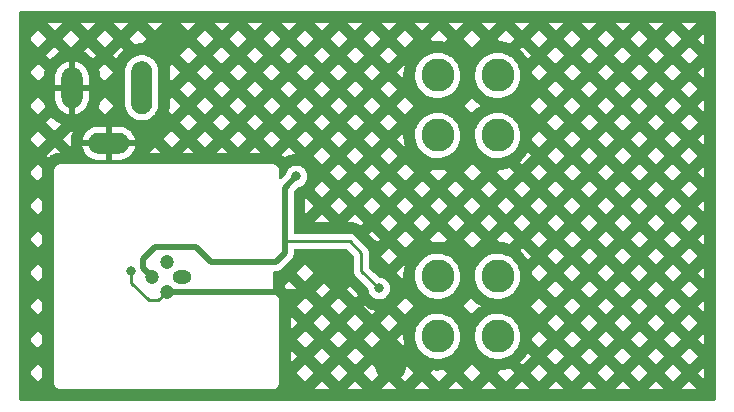
<source format=gbr>
G04 #@! TF.GenerationSoftware,KiCad,Pcbnew,6.0.0-d3dd2cf0fa~116~ubuntu21.10.1*
G04 #@! TF.CreationDate,2022-02-03T21:45:13+00:00*
G04 #@! TF.ProjectId,pcb-adr1399-vref,7063622d-6164-4723-9133-39392d767265,rev?*
G04 #@! TF.SameCoordinates,Original*
G04 #@! TF.FileFunction,Copper,L2,Bot*
G04 #@! TF.FilePolarity,Positive*
%FSLAX46Y46*%
G04 Gerber Fmt 4.6, Leading zero omitted, Abs format (unit mm)*
G04 Created by KiCad (PCBNEW 6.0.0-d3dd2cf0fa~116~ubuntu21.10.1) date 2022-02-03 21:45:13*
%MOMM*%
%LPD*%
G01*
G04 APERTURE LIST*
G04 #@! TA.AperFunction,ComponentPad*
%ADD10C,2.800000*%
G04 #@! TD*
G04 #@! TA.AperFunction,ComponentPad*
%ADD11O,1.600000X1.200000*%
G04 #@! TD*
G04 #@! TA.AperFunction,ComponentPad*
%ADD12C,1.200000*%
G04 #@! TD*
G04 #@! TA.AperFunction,ViaPad*
%ADD13C,0.800000*%
G04 #@! TD*
G04 #@! TA.AperFunction,Conductor*
%ADD14C,0.500000*%
G04 #@! TD*
G04 #@! TA.AperFunction,Conductor*
%ADD15C,0.250000*%
G04 #@! TD*
G04 APERTURE END LIST*
G04 #@! TA.AperFunction,ComponentPad*
G36*
G01*
X85000000Y-95850000D02*
X85000000Y-93150000D01*
G75*
G02*
X85900000Y-92250000I900000J0D01*
G01*
X85900000Y-92250000D01*
G75*
G02*
X86800000Y-93150000I0J-900000D01*
G01*
X86800000Y-95850000D01*
G75*
G02*
X85900000Y-96750000I-900000J0D01*
G01*
X85900000Y-96750000D01*
G75*
G02*
X85000000Y-95850000I0J900000D01*
G01*
G37*
G04 #@! TD.AperFunction*
G04 #@! TA.AperFunction,ComponentPad*
G36*
G01*
X79100000Y-95350000D02*
X79100000Y-93650000D01*
G75*
G02*
X80000000Y-92750000I900000J0D01*
G01*
X80000000Y-92750000D01*
G75*
G02*
X80900000Y-93650000I0J-900000D01*
G01*
X80900000Y-95350000D01*
G75*
G02*
X80000000Y-96250000I-900000J0D01*
G01*
X80000000Y-96250000D01*
G75*
G02*
X79100000Y-95350000I0J900000D01*
G01*
G37*
G04 #@! TD.AperFunction*
G04 #@! TA.AperFunction,ComponentPad*
G36*
G01*
X81350000Y-99200000D02*
X81350000Y-99200000D01*
G75*
G02*
X82250000Y-98300000I900000J0D01*
G01*
X83950000Y-98300000D01*
G75*
G02*
X84850000Y-99200000I0J-900000D01*
G01*
X84850000Y-99200000D01*
G75*
G02*
X83950000Y-100100000I-900000J0D01*
G01*
X82250000Y-100100000D01*
G75*
G02*
X81350000Y-99200000I0J900000D01*
G01*
G37*
G04 #@! TD.AperFunction*
D10*
X110960000Y-93460000D03*
X116040000Y-93460000D03*
X116040000Y-98540000D03*
X110960000Y-98540000D03*
X110960000Y-110460000D03*
X116040000Y-110460000D03*
X116040000Y-115540000D03*
X110960000Y-115540000D03*
D11*
X89270000Y-110500000D03*
D12*
X88000000Y-109230000D03*
X86730000Y-110500000D03*
X88000000Y-111770000D03*
D13*
X106000000Y-111500000D03*
X99000000Y-102000000D03*
X88500000Y-90500000D03*
X107000000Y-118000000D03*
X102500000Y-109500000D03*
X85000000Y-110000000D03*
D14*
X86730000Y-110500000D02*
X86000000Y-109770000D01*
D15*
X106000000Y-111500000D02*
X104500000Y-110000000D01*
D14*
X91750000Y-109250000D02*
X97250000Y-109250000D01*
D15*
X103500000Y-107500000D02*
X98000000Y-107500000D01*
D14*
X98000000Y-108500000D02*
X98000000Y-107500000D01*
D15*
X104500000Y-108500000D02*
X103500000Y-107500000D01*
D14*
X86000000Y-109000000D02*
X87000000Y-108000000D01*
X87000000Y-108000000D02*
X90500000Y-108000000D01*
X98000000Y-107500000D02*
X98000000Y-103000000D01*
X90500000Y-108000000D02*
X91750000Y-109250000D01*
D15*
X104500000Y-110000000D02*
X104500000Y-108500000D01*
D14*
X86000000Y-109770000D02*
X86000000Y-109000000D01*
X97250000Y-109250000D02*
X98000000Y-108500000D01*
X98000000Y-103000000D02*
X99000000Y-102000000D01*
X100230000Y-111770000D02*
X102500000Y-109500000D01*
D15*
X86500000Y-112500000D02*
X87270000Y-112500000D01*
D14*
X88000000Y-111770000D02*
X100230000Y-111770000D01*
D15*
X85000000Y-110000000D02*
X85000000Y-111000000D01*
X87270000Y-112500000D02*
X88000000Y-111770000D01*
X85000000Y-111000000D02*
X86500000Y-112500000D01*
G04 #@! TA.AperFunction,Conductor*
G36*
X134434121Y-88020002D02*
G01*
X134480614Y-88073658D01*
X134492000Y-88126000D01*
X134492000Y-120874000D01*
X134471998Y-120942121D01*
X134418342Y-120988614D01*
X134366000Y-121000000D01*
X75634000Y-121000000D01*
X75565879Y-120979998D01*
X75519386Y-120926342D01*
X75508000Y-120874000D01*
X75508000Y-119569652D01*
X78491524Y-119569652D01*
X78493990Y-119578281D01*
X78493991Y-119578286D01*
X78499639Y-119598048D01*
X78503217Y-119614809D01*
X78506130Y-119635152D01*
X78506133Y-119635162D01*
X78507405Y-119644045D01*
X78518021Y-119667395D01*
X78524464Y-119684907D01*
X78531512Y-119709565D01*
X78547274Y-119734548D01*
X78555404Y-119749614D01*
X78567633Y-119776510D01*
X78584374Y-119795939D01*
X78595479Y-119810947D01*
X78609160Y-119832631D01*
X78615888Y-119838573D01*
X78631296Y-119852181D01*
X78643340Y-119864373D01*
X78662619Y-119886747D01*
X78670147Y-119891626D01*
X78670150Y-119891629D01*
X78684139Y-119900696D01*
X78699013Y-119911986D01*
X78718228Y-119928956D01*
X78726354Y-119932771D01*
X78726355Y-119932772D01*
X78732021Y-119935432D01*
X78744966Y-119941510D01*
X78759935Y-119949824D01*
X78784727Y-119965893D01*
X78801650Y-119970954D01*
X78809290Y-119973239D01*
X78826736Y-119979901D01*
X78849948Y-119990799D01*
X78879130Y-119995343D01*
X78895849Y-119999126D01*
X78915536Y-120005014D01*
X78915539Y-120005015D01*
X78924141Y-120007587D01*
X78933116Y-120007642D01*
X78933117Y-120007642D01*
X78939810Y-120007683D01*
X78958556Y-120007797D01*
X78959328Y-120007830D01*
X78960423Y-120008000D01*
X78991298Y-120008000D01*
X78992068Y-120008002D01*
X79065716Y-120008452D01*
X79065717Y-120008452D01*
X79069652Y-120008476D01*
X79070996Y-120008092D01*
X79072341Y-120008000D01*
X96991298Y-120008000D01*
X96992069Y-120008002D01*
X97069652Y-120008476D01*
X97078281Y-120006010D01*
X97078286Y-120006009D01*
X97092313Y-120002000D01*
X100504732Y-120002000D01*
X101813078Y-120002000D01*
X103333159Y-120002000D01*
X104641505Y-120002000D01*
X106161586Y-120002000D01*
X107469932Y-120002000D01*
X108990013Y-120002000D01*
X110298359Y-120002000D01*
X111818440Y-120002000D01*
X113126786Y-120002000D01*
X114646867Y-120002000D01*
X115955213Y-120002000D01*
X117475296Y-120002000D01*
X118783640Y-120002000D01*
X120303722Y-120002000D01*
X121612066Y-120002000D01*
X123132149Y-120002000D01*
X124440495Y-120002000D01*
X125960576Y-120002000D01*
X127268922Y-120002000D01*
X128789003Y-120002000D01*
X130097349Y-120002000D01*
X131617430Y-120002000D01*
X132925776Y-120002000D01*
X132271603Y-119347827D01*
X131617430Y-120002000D01*
X130097349Y-120002000D01*
X129443176Y-119347827D01*
X128789003Y-120002000D01*
X127268922Y-120002000D01*
X126614749Y-119347827D01*
X125960576Y-120002000D01*
X124440495Y-120002000D01*
X123786322Y-119347827D01*
X123132149Y-120002000D01*
X121612066Y-120002000D01*
X120957894Y-119347828D01*
X120303722Y-120002000D01*
X118783640Y-120002000D01*
X118129468Y-119347828D01*
X117475296Y-120002000D01*
X115955213Y-120002000D01*
X115301040Y-119347827D01*
X114646867Y-120002000D01*
X113126786Y-120002000D01*
X112472613Y-119347827D01*
X111818440Y-120002000D01*
X110298359Y-120002000D01*
X109644186Y-119347827D01*
X108990013Y-120002000D01*
X107469932Y-120002000D01*
X106815759Y-119347827D01*
X106161586Y-120002000D01*
X104641505Y-120002000D01*
X103987332Y-119347827D01*
X103333159Y-120002000D01*
X101813078Y-120002000D01*
X101158905Y-119347827D01*
X100504732Y-120002000D01*
X97092313Y-120002000D01*
X97098048Y-120000361D01*
X97114809Y-119996783D01*
X97135152Y-119993870D01*
X97135162Y-119993867D01*
X97144045Y-119992595D01*
X97167395Y-119981979D01*
X97184907Y-119975536D01*
X97200937Y-119970954D01*
X97209565Y-119968488D01*
X97234548Y-119952726D01*
X97249614Y-119944596D01*
X97276510Y-119932367D01*
X97295939Y-119915626D01*
X97310947Y-119904521D01*
X97325039Y-119895630D01*
X97332631Y-119890840D01*
X97352182Y-119868703D01*
X97364374Y-119856659D01*
X97379949Y-119843239D01*
X97379950Y-119843237D01*
X97386747Y-119837381D01*
X97391626Y-119829853D01*
X97391629Y-119829850D01*
X97400696Y-119815861D01*
X97411986Y-119800987D01*
X97423012Y-119788502D01*
X97428956Y-119781772D01*
X97441510Y-119755034D01*
X97449824Y-119740065D01*
X97465893Y-119715273D01*
X97473239Y-119690709D01*
X97479901Y-119673264D01*
X97486983Y-119658179D01*
X97490799Y-119650052D01*
X97495343Y-119620870D01*
X97499126Y-119604151D01*
X97505014Y-119584464D01*
X97505015Y-119584461D01*
X97507587Y-119575859D01*
X97507797Y-119541444D01*
X97507830Y-119540672D01*
X97508000Y-119539577D01*
X97508000Y-119508702D01*
X97508002Y-119507932D01*
X97508452Y-119434284D01*
X97508452Y-119434283D01*
X97508476Y-119430348D01*
X97508092Y-119429004D01*
X97508000Y-119427659D01*
X97508000Y-118642136D01*
X99036170Y-118642136D01*
X99744691Y-119350657D01*
X100453212Y-118642136D01*
X101864597Y-118642136D01*
X102573118Y-119350657D01*
X103281639Y-118642136D01*
X104693024Y-118642136D01*
X105401545Y-119350657D01*
X105755770Y-118996432D01*
X107875748Y-118996432D01*
X108229972Y-119350656D01*
X108938493Y-118642136D01*
X110349879Y-118642136D01*
X111058400Y-119350657D01*
X111766921Y-118642136D01*
X113178306Y-118642136D01*
X113886827Y-119350657D01*
X114595348Y-118642136D01*
X116006733Y-118642136D01*
X116715254Y-119350657D01*
X117423775Y-118642136D01*
X118835160Y-118642136D01*
X119543681Y-119350657D01*
X120252202Y-118642136D01*
X121663587Y-118642136D01*
X122372108Y-119350657D01*
X123080629Y-118642136D01*
X124492014Y-118642136D01*
X125200535Y-119350657D01*
X125909056Y-118642136D01*
X127320441Y-118642136D01*
X128028962Y-119350657D01*
X128737483Y-118642136D01*
X130148869Y-118642136D01*
X130857389Y-119350656D01*
X131565910Y-118642136D01*
X132977296Y-118642136D01*
X133494000Y-119158840D01*
X133494000Y-118125432D01*
X132977296Y-118642136D01*
X131565910Y-118642136D01*
X131565911Y-118642135D01*
X130857390Y-117933614D01*
X130148869Y-118642136D01*
X128737483Y-118642136D01*
X128028962Y-117933615D01*
X127320441Y-118642136D01*
X125909056Y-118642136D01*
X125200535Y-117933615D01*
X124492014Y-118642136D01*
X123080629Y-118642136D01*
X122372108Y-117933615D01*
X121663587Y-118642136D01*
X120252202Y-118642136D01*
X119543681Y-117933615D01*
X118835160Y-118642136D01*
X117423775Y-118642136D01*
X117423776Y-118642135D01*
X117050136Y-118268495D01*
X117049369Y-118268768D01*
X117045148Y-118270185D01*
X116787510Y-118351665D01*
X116783241Y-118352933D01*
X116732452Y-118367042D01*
X116728142Y-118368157D01*
X116710836Y-118372312D01*
X116706488Y-118373275D01*
X116654814Y-118383765D01*
X116650435Y-118384574D01*
X116383887Y-118428940D01*
X116379481Y-118429594D01*
X116327200Y-118436407D01*
X116322775Y-118436904D01*
X116305055Y-118438579D01*
X116300617Y-118438919D01*
X116247989Y-118442023D01*
X116243539Y-118442207D01*
X116205772Y-118443097D01*
X116006733Y-118642136D01*
X114595348Y-118642136D01*
X113886827Y-117933615D01*
X113178306Y-118642136D01*
X111766921Y-118642136D01*
X111518074Y-118393289D01*
X111303887Y-118428940D01*
X111299481Y-118429594D01*
X111247200Y-118436407D01*
X111242775Y-118436904D01*
X111225055Y-118438579D01*
X111220617Y-118438919D01*
X111167989Y-118442023D01*
X111163538Y-118442207D01*
X110893398Y-118448573D01*
X110888948Y-118448599D01*
X110836246Y-118447979D01*
X110831795Y-118447848D01*
X110814018Y-118447010D01*
X110809572Y-118446722D01*
X110757017Y-118442378D01*
X110752587Y-118441933D01*
X110571513Y-118420502D01*
X110349879Y-118642136D01*
X108938493Y-118642136D01*
X108938494Y-118642135D01*
X108330296Y-118033937D01*
X108329446Y-118066371D01*
X108328185Y-118081152D01*
X108296539Y-118299415D01*
X108291156Y-118321837D01*
X108220264Y-118530677D01*
X108210885Y-118551741D01*
X108103122Y-118744165D01*
X108090062Y-118763168D01*
X107949037Y-118932732D01*
X107932733Y-118949037D01*
X107875748Y-118996432D01*
X105755770Y-118996432D01*
X105945964Y-118806238D01*
X105853420Y-118675291D01*
X105841891Y-118655321D01*
X105749558Y-118455035D01*
X105741861Y-118433300D01*
X105687607Y-118219676D01*
X105401545Y-117933615D01*
X104693024Y-118642136D01*
X103281639Y-118642136D01*
X102573118Y-117933615D01*
X101864597Y-118642136D01*
X100453212Y-118642136D01*
X99744691Y-117933615D01*
X99036170Y-118642136D01*
X97508000Y-118642136D01*
X97508000Y-116694923D01*
X98506000Y-116694923D01*
X98506000Y-117760921D01*
X99038998Y-117227922D01*
X100450383Y-117227922D01*
X101158905Y-117936444D01*
X101867427Y-117227922D01*
X103278810Y-117227922D01*
X103987332Y-117936444D01*
X104180634Y-117743142D01*
X117936167Y-117743142D01*
X118129468Y-117936443D01*
X118837989Y-117227922D01*
X120249373Y-117227922D01*
X120957894Y-117936443D01*
X121666415Y-117227922D01*
X123077800Y-117227922D01*
X123786322Y-117936444D01*
X124494844Y-117227922D01*
X125906227Y-117227922D01*
X126614749Y-117936444D01*
X127323271Y-117227922D01*
X128734654Y-117227922D01*
X129443176Y-117936444D01*
X130151698Y-117227922D01*
X131563081Y-117227922D01*
X132271603Y-117936444D01*
X132980125Y-117227922D01*
X132271603Y-116519400D01*
X131563081Y-117227922D01*
X130151698Y-117227922D01*
X129443176Y-116519400D01*
X128734654Y-117227922D01*
X127323271Y-117227922D01*
X126614749Y-116519400D01*
X125906227Y-117227922D01*
X124494844Y-117227922D01*
X123786322Y-116519400D01*
X123077800Y-117227922D01*
X121666415Y-117227922D01*
X120957894Y-116519401D01*
X120249373Y-117227922D01*
X118837989Y-117227922D01*
X118575856Y-116965789D01*
X118434439Y-117192542D01*
X118432016Y-117196279D01*
X118402551Y-117240003D01*
X118399997Y-117243651D01*
X118389536Y-117258049D01*
X118386856Y-117261604D01*
X118354385Y-117303127D01*
X118351581Y-117306585D01*
X118177710Y-117513430D01*
X118174787Y-117516786D01*
X118139471Y-117555907D01*
X118136429Y-117559159D01*
X118124043Y-117571941D01*
X118120886Y-117575085D01*
X118082869Y-117611638D01*
X118079605Y-117614668D01*
X117936167Y-117743142D01*
X104180634Y-117743142D01*
X104695854Y-117227922D01*
X103987332Y-116519400D01*
X103278810Y-117227922D01*
X101867427Y-117227922D01*
X101158905Y-116519400D01*
X100450383Y-117227922D01*
X99038998Y-117227922D01*
X98506000Y-116694923D01*
X97508000Y-116694923D01*
X97508000Y-115813708D01*
X99036169Y-115813708D01*
X99744691Y-116522230D01*
X100453213Y-115813708D01*
X101864596Y-115813708D01*
X102573118Y-116522230D01*
X103281640Y-115813708D01*
X104693023Y-115813708D01*
X105401545Y-116522230D01*
X106110067Y-115813708D01*
X107521451Y-115813708D01*
X108221051Y-116513308D01*
X108160422Y-116331579D01*
X108159088Y-116327330D01*
X108144179Y-116276754D01*
X108142995Y-116272460D01*
X108138569Y-116255221D01*
X108137539Y-116250892D01*
X108126242Y-116199405D01*
X108125364Y-116195038D01*
X108076817Y-115929220D01*
X108076095Y-115924826D01*
X108068462Y-115872661D01*
X108067895Y-115868245D01*
X108065942Y-115850555D01*
X108065532Y-115846121D01*
X108061602Y-115793548D01*
X108061348Y-115789102D01*
X108050739Y-115519095D01*
X108050643Y-115514643D01*
X108050507Y-115479912D01*
X109047970Y-115479912D01*
X109048145Y-115484364D01*
X109055176Y-115663299D01*
X109058579Y-115749919D01*
X109059379Y-115754299D01*
X109105638Y-116007587D01*
X109107126Y-116015737D01*
X109192642Y-116272063D01*
X109221798Y-116330413D01*
X109272095Y-116431072D01*
X109313423Y-116513783D01*
X109467057Y-116736073D01*
X109470079Y-116739342D01*
X109594773Y-116874235D01*
X109650479Y-116934498D01*
X109653933Y-116937310D01*
X109856573Y-117102285D01*
X109856577Y-117102288D01*
X109860030Y-117105099D01*
X109863852Y-117107400D01*
X110064039Y-117227922D01*
X110091528Y-117244472D01*
X110188260Y-117285433D01*
X110336251Y-117348100D01*
X110336256Y-117348102D01*
X110340354Y-117349837D01*
X110344651Y-117350976D01*
X110344656Y-117350978D01*
X110529990Y-117400118D01*
X110601544Y-117419090D01*
X110605961Y-117419613D01*
X110605962Y-117419613D01*
X110688445Y-117429375D01*
X110869887Y-117450850D01*
X111140027Y-117444484D01*
X111224269Y-117430462D01*
X111402185Y-117400849D01*
X111402189Y-117400848D01*
X111406575Y-117400118D01*
X111410816Y-117398777D01*
X111410819Y-117398776D01*
X111659967Y-117319981D01*
X111659969Y-117319980D01*
X111664213Y-117318638D01*
X111668224Y-117316712D01*
X111668229Y-117316710D01*
X111903782Y-117203600D01*
X111903789Y-117203596D01*
X111907800Y-117201670D01*
X112056539Y-117102285D01*
X112128767Y-117054024D01*
X112128771Y-117054021D01*
X112132475Y-117051546D01*
X112135792Y-117048575D01*
X112135796Y-117048572D01*
X112330439Y-116874235D01*
X112330440Y-116874234D01*
X112333757Y-116871263D01*
X112507628Y-116664418D01*
X112650621Y-116435138D01*
X112759880Y-116187997D01*
X112833228Y-115927927D01*
X112851784Y-115789776D01*
X112868772Y-115663299D01*
X112868773Y-115663291D01*
X112869199Y-115660117D01*
X112872974Y-115540000D01*
X112868720Y-115479912D01*
X114127970Y-115479912D01*
X114128145Y-115484364D01*
X114135176Y-115663299D01*
X114138579Y-115749919D01*
X114139379Y-115754299D01*
X114185638Y-116007587D01*
X114187126Y-116015737D01*
X114272642Y-116272063D01*
X114301798Y-116330413D01*
X114352095Y-116431072D01*
X114393423Y-116513783D01*
X114547057Y-116736073D01*
X114550079Y-116739342D01*
X114674773Y-116874235D01*
X114730479Y-116934498D01*
X114733933Y-116937310D01*
X114936573Y-117102285D01*
X114936577Y-117102288D01*
X114940030Y-117105099D01*
X114943852Y-117107400D01*
X115144039Y-117227922D01*
X115171528Y-117244472D01*
X115268260Y-117285433D01*
X115416251Y-117348100D01*
X115416256Y-117348102D01*
X115420354Y-117349837D01*
X115424651Y-117350976D01*
X115424656Y-117350978D01*
X115609990Y-117400118D01*
X115681544Y-117419090D01*
X115685961Y-117419613D01*
X115685962Y-117419613D01*
X115768445Y-117429375D01*
X115949887Y-117450850D01*
X116220027Y-117444484D01*
X116304269Y-117430462D01*
X116482185Y-117400849D01*
X116482189Y-117400848D01*
X116486575Y-117400118D01*
X116490816Y-117398777D01*
X116490819Y-117398776D01*
X116739967Y-117319981D01*
X116739969Y-117319980D01*
X116744213Y-117318638D01*
X116748224Y-117316712D01*
X116748229Y-117316710D01*
X116983782Y-117203600D01*
X116983789Y-117203596D01*
X116987800Y-117201670D01*
X117136539Y-117102285D01*
X117208767Y-117054024D01*
X117208771Y-117054021D01*
X117212475Y-117051546D01*
X117215792Y-117048575D01*
X117215796Y-117048572D01*
X117410439Y-116874235D01*
X117410440Y-116874234D01*
X117413757Y-116871263D01*
X117587628Y-116664418D01*
X117730621Y-116435138D01*
X117839880Y-116187997D01*
X117913228Y-115927927D01*
X117916684Y-115902197D01*
X118923648Y-115902197D01*
X119543681Y-116522230D01*
X120252203Y-115813708D01*
X121663586Y-115813708D01*
X122372108Y-116522230D01*
X123080630Y-115813708D01*
X124492013Y-115813708D01*
X125200535Y-116522230D01*
X125909057Y-115813708D01*
X127320440Y-115813708D01*
X128028962Y-116522230D01*
X128737484Y-115813708D01*
X130148868Y-115813708D01*
X130857389Y-116522229D01*
X131565910Y-115813708D01*
X132977295Y-115813708D01*
X133494000Y-116330413D01*
X133494000Y-115297003D01*
X132977295Y-115813708D01*
X131565910Y-115813708D01*
X130857389Y-115105187D01*
X130148868Y-115813708D01*
X128737484Y-115813708D01*
X128028962Y-115105186D01*
X127320440Y-115813708D01*
X125909057Y-115813708D01*
X125200535Y-115105186D01*
X124492013Y-115813708D01*
X123080630Y-115813708D01*
X122372108Y-115105186D01*
X121663586Y-115813708D01*
X120252203Y-115813708D01*
X119543681Y-115105186D01*
X118946104Y-115702763D01*
X118944399Y-115732682D01*
X118944175Y-115735890D01*
X118943116Y-115748705D01*
X118942810Y-115751907D01*
X118938705Y-115789776D01*
X118938318Y-115792970D01*
X118923648Y-115902197D01*
X117916684Y-115902197D01*
X117931784Y-115789776D01*
X117948772Y-115663299D01*
X117948773Y-115663291D01*
X117949199Y-115660117D01*
X117952974Y-115540000D01*
X117933890Y-115270460D01*
X117877017Y-115006297D01*
X117783491Y-114752784D01*
X117752076Y-114694561D01*
X117657290Y-114518893D01*
X117655177Y-114514977D01*
X117569881Y-114399495D01*
X120249373Y-114399495D01*
X120957894Y-115108016D01*
X121666415Y-114399495D01*
X123077800Y-114399495D01*
X123786322Y-115108017D01*
X124494844Y-114399495D01*
X125906227Y-114399495D01*
X126614749Y-115108017D01*
X127323271Y-114399495D01*
X128734654Y-114399495D01*
X129443176Y-115108017D01*
X130151698Y-114399495D01*
X131563081Y-114399495D01*
X132271603Y-115108017D01*
X132980125Y-114399495D01*
X132271603Y-113690973D01*
X131563081Y-114399495D01*
X130151698Y-114399495D01*
X129443176Y-113690973D01*
X128734654Y-114399495D01*
X127323271Y-114399495D01*
X126614749Y-113690973D01*
X125906227Y-114399495D01*
X124494844Y-114399495D01*
X123786322Y-113690973D01*
X123077800Y-114399495D01*
X121666415Y-114399495D01*
X120957894Y-113690974D01*
X120249373Y-114399495D01*
X117569881Y-114399495D01*
X117494637Y-114297623D01*
X117447238Y-114249473D01*
X117308203Y-114108238D01*
X117305072Y-114105057D01*
X117301533Y-114102356D01*
X117301526Y-114102350D01*
X117093806Y-113943824D01*
X117090266Y-113941122D01*
X117029105Y-113906870D01*
X116858391Y-113811265D01*
X116858388Y-113811264D01*
X116854505Y-113809089D01*
X116602491Y-113711593D01*
X116598166Y-113710590D01*
X116598161Y-113710589D01*
X116453429Y-113677042D01*
X116339255Y-113650578D01*
X116070048Y-113627262D01*
X116065613Y-113627506D01*
X116065609Y-113627506D01*
X115956153Y-113633530D01*
X115800241Y-113642110D01*
X115795878Y-113642978D01*
X115795877Y-113642978D01*
X115672920Y-113667436D01*
X115535218Y-113694827D01*
X115416669Y-113736458D01*
X115284473Y-113782881D01*
X115284465Y-113782884D01*
X115280266Y-113784359D01*
X115040474Y-113908922D01*
X114991633Y-113943824D01*
X114824245Y-114063440D01*
X114824241Y-114063443D01*
X114820624Y-114066028D01*
X114625105Y-114252545D01*
X114457816Y-114464749D01*
X114322097Y-114698408D01*
X114320427Y-114702531D01*
X114227283Y-114932494D01*
X114220654Y-114948859D01*
X114219583Y-114953172D01*
X114219581Y-114953177D01*
X114181118Y-115108017D01*
X114155511Y-115211104D01*
X114155057Y-115215532D01*
X114155057Y-115215534D01*
X114149430Y-115270460D01*
X114127970Y-115479912D01*
X112868720Y-115479912D01*
X112853890Y-115270460D01*
X112797017Y-115006297D01*
X112703491Y-114752784D01*
X112672076Y-114694561D01*
X112577290Y-114518893D01*
X112575177Y-114514977D01*
X112414637Y-114297623D01*
X112367238Y-114249473D01*
X112228203Y-114108238D01*
X112225072Y-114105057D01*
X112221533Y-114102356D01*
X112221526Y-114102350D01*
X112013806Y-113943824D01*
X112010266Y-113941122D01*
X111949105Y-113906870D01*
X111778391Y-113811265D01*
X111778388Y-113811264D01*
X111774505Y-113809089D01*
X111522491Y-113711593D01*
X111518166Y-113710590D01*
X111518161Y-113710589D01*
X111373429Y-113677042D01*
X111259255Y-113650578D01*
X110990048Y-113627262D01*
X110985613Y-113627506D01*
X110985609Y-113627506D01*
X110876153Y-113633530D01*
X110720241Y-113642110D01*
X110715878Y-113642978D01*
X110715877Y-113642978D01*
X110592920Y-113667436D01*
X110455218Y-113694827D01*
X110336669Y-113736458D01*
X110204473Y-113782881D01*
X110204465Y-113782884D01*
X110200266Y-113784359D01*
X109960474Y-113908922D01*
X109911633Y-113943824D01*
X109744245Y-114063440D01*
X109744241Y-114063443D01*
X109740624Y-114066028D01*
X109545105Y-114252545D01*
X109377816Y-114464749D01*
X109242097Y-114698408D01*
X109240427Y-114702531D01*
X109147283Y-114932494D01*
X109140654Y-114948859D01*
X109139583Y-114953172D01*
X109139581Y-114953177D01*
X109101118Y-115108017D01*
X109075511Y-115211104D01*
X109075057Y-115215532D01*
X109075057Y-115215534D01*
X109069430Y-115270460D01*
X109047970Y-115479912D01*
X108050507Y-115479912D01*
X108050436Y-115461923D01*
X108050497Y-115457471D01*
X108051056Y-115439682D01*
X108051275Y-115435233D01*
X108054792Y-115382630D01*
X108055167Y-115378194D01*
X108066377Y-115268782D01*
X107521451Y-115813708D01*
X106110067Y-115813708D01*
X105401545Y-115105186D01*
X104693023Y-115813708D01*
X103281640Y-115813708D01*
X102573118Y-115105186D01*
X101864596Y-115813708D01*
X100453213Y-115813708D01*
X99744691Y-115105186D01*
X99036169Y-115813708D01*
X97508000Y-115813708D01*
X97508000Y-113866496D01*
X98506000Y-113866496D01*
X98506000Y-114932494D01*
X99038998Y-114399495D01*
X100450383Y-114399495D01*
X101158905Y-115108017D01*
X101867427Y-114399495D01*
X103278810Y-114399495D01*
X103987332Y-115108017D01*
X104695854Y-114399495D01*
X106107237Y-114399495D01*
X106815759Y-115108017D01*
X107524281Y-114399495D01*
X106815759Y-113690973D01*
X106107237Y-114399495D01*
X104695854Y-114399495D01*
X103987332Y-113690973D01*
X103278810Y-114399495D01*
X101867427Y-114399495D01*
X101158905Y-113690973D01*
X100450383Y-114399495D01*
X99038998Y-114399495D01*
X98506000Y-113866496D01*
X97508000Y-113866496D01*
X97508000Y-112985281D01*
X99036169Y-112985281D01*
X99744691Y-113693803D01*
X100453213Y-112985281D01*
X101864596Y-112985281D01*
X102573118Y-113693803D01*
X103281640Y-112985281D01*
X104693023Y-112985281D01*
X105401545Y-113693803D01*
X105708992Y-113386356D01*
X105703546Y-113385494D01*
X105697060Y-113384292D01*
X105510341Y-113344604D01*
X105503927Y-113343064D01*
X105428498Y-113322853D01*
X105422172Y-113320979D01*
X105397120Y-113312839D01*
X105390902Y-113310637D01*
X105318007Y-113282655D01*
X105311913Y-113280131D01*
X105137526Y-113202489D01*
X105131571Y-113199648D01*
X105061986Y-113164192D01*
X105056188Y-113161044D01*
X105033376Y-113147873D01*
X105027753Y-113144427D01*
X104962273Y-113101903D01*
X104956837Y-113098167D01*
X104802404Y-112985964D01*
X104801514Y-112985281D01*
X107521451Y-112985281D01*
X108229972Y-113693802D01*
X108938493Y-112985281D01*
X113178305Y-112985281D01*
X113835343Y-113642319D01*
X113841361Y-113634686D01*
X113844178Y-113631239D01*
X113878252Y-113591025D01*
X113881189Y-113587681D01*
X113893167Y-113574517D01*
X113896222Y-113571276D01*
X113933064Y-113533555D01*
X113936232Y-113530424D01*
X114131751Y-113343907D01*
X114135027Y-113340891D01*
X114174443Y-113305865D01*
X114177824Y-113302966D01*
X114191538Y-113291621D01*
X114195019Y-113288843D01*
X114236800Y-113256697D01*
X114240376Y-113254045D01*
X114460226Y-113096939D01*
X114463895Y-113094414D01*
X114507851Y-113065293D01*
X114511606Y-113062900D01*
X114526781Y-113053601D01*
X114527384Y-113053246D01*
X114595349Y-112985281D01*
X118835159Y-112985281D01*
X119543681Y-113693803D01*
X120252203Y-112985281D01*
X121663586Y-112985281D01*
X122372108Y-113693803D01*
X123080630Y-112985281D01*
X124492013Y-112985281D01*
X125200535Y-113693803D01*
X125909057Y-112985281D01*
X127320440Y-112985281D01*
X128028962Y-113693803D01*
X128737484Y-112985281D01*
X130148868Y-112985281D01*
X130857389Y-113693802D01*
X131565910Y-112985281D01*
X132977295Y-112985281D01*
X133494000Y-113501986D01*
X133494000Y-112468576D01*
X132977295Y-112985281D01*
X131565910Y-112985281D01*
X130857389Y-112276760D01*
X130148868Y-112985281D01*
X128737484Y-112985281D01*
X128028962Y-112276759D01*
X127320440Y-112985281D01*
X125909057Y-112985281D01*
X125200535Y-112276759D01*
X124492013Y-112985281D01*
X123080630Y-112985281D01*
X122372108Y-112276759D01*
X121663586Y-112985281D01*
X120252203Y-112985281D01*
X119543681Y-112276759D01*
X118835159Y-112985281D01*
X114595349Y-112985281D01*
X114588346Y-112978278D01*
X114425276Y-112880102D01*
X114421504Y-112877740D01*
X114377344Y-112848981D01*
X114373657Y-112846486D01*
X114359096Y-112836253D01*
X114355498Y-112833628D01*
X114313445Y-112801796D01*
X114309941Y-112799045D01*
X114100390Y-112628444D01*
X114096988Y-112625573D01*
X114057312Y-112590871D01*
X114054012Y-112587880D01*
X114041037Y-112575696D01*
X114037844Y-112572590D01*
X114000704Y-112535157D01*
X113997624Y-112531941D01*
X113821824Y-112341762D01*
X113178305Y-112985281D01*
X108938493Y-112985281D01*
X108229972Y-112276760D01*
X107521451Y-112985281D01*
X104801514Y-112985281D01*
X104797171Y-112981949D01*
X104741465Y-112936839D01*
X104693023Y-112985281D01*
X103281640Y-112985281D01*
X102573118Y-112276759D01*
X101864596Y-112985281D01*
X100453213Y-112985281D01*
X99744691Y-112276759D01*
X99036169Y-112985281D01*
X97508000Y-112985281D01*
X97508000Y-112508702D01*
X97508002Y-112507932D01*
X97508421Y-112439322D01*
X97508476Y-112430348D01*
X97506010Y-112421719D01*
X97506009Y-112421714D01*
X97500361Y-112401952D01*
X97496783Y-112385191D01*
X97493870Y-112364848D01*
X97493867Y-112364838D01*
X97492595Y-112355955D01*
X97481979Y-112332605D01*
X97475536Y-112315093D01*
X97470954Y-112299063D01*
X97468488Y-112290435D01*
X97452726Y-112265452D01*
X97444596Y-112250386D01*
X97432367Y-112223490D01*
X97415626Y-112204061D01*
X97404521Y-112189053D01*
X97400353Y-112182446D01*
X97390840Y-112167369D01*
X97368703Y-112147818D01*
X97356659Y-112135626D01*
X97343239Y-112120051D01*
X97343237Y-112120050D01*
X97337381Y-112113253D01*
X97329853Y-112108374D01*
X97329850Y-112108371D01*
X97315861Y-112099304D01*
X97300987Y-112088014D01*
X97288502Y-112076988D01*
X97281772Y-112071044D01*
X97273646Y-112067229D01*
X97273645Y-112067228D01*
X97267979Y-112064568D01*
X97255034Y-112058490D01*
X97240065Y-112050176D01*
X97215273Y-112034107D01*
X97190709Y-112026761D01*
X97173264Y-112020099D01*
X97150052Y-112009201D01*
X97120870Y-112004657D01*
X97104148Y-112000873D01*
X97101115Y-111999966D01*
X97089891Y-111996609D01*
X97030360Y-111957924D01*
X97001193Y-111893195D01*
X97000000Y-111875894D01*
X97000000Y-111366862D01*
X97998000Y-111366862D01*
X98006070Y-111373902D01*
X98012608Y-111380028D01*
X98054842Y-111422521D01*
X98057986Y-111425503D01*
X98072626Y-111440414D01*
X98087342Y-111455220D01*
X98090299Y-111458415D01*
X98132263Y-111501155D01*
X98138309Y-111507767D01*
X98161464Y-111534974D01*
X98167025Y-111542000D01*
X98211971Y-111603132D01*
X98257336Y-111664047D01*
X98262429Y-111671419D01*
X98281677Y-111701515D01*
X98286234Y-111709232D01*
X98314853Y-111761888D01*
X98317036Y-111765636D01*
X98326924Y-111784097D01*
X98336872Y-111802399D01*
X98338790Y-111806248D01*
X98367090Y-111859082D01*
X98371036Y-111867125D01*
X98385622Y-111899731D01*
X98388988Y-111908035D01*
X98415029Y-111979482D01*
X98441422Y-112050545D01*
X98444241Y-112059047D01*
X98454268Y-112093334D01*
X98456475Y-112102017D01*
X98465660Y-112144406D01*
X99038998Y-111571068D01*
X100450383Y-111571068D01*
X101158905Y-112279590D01*
X101867426Y-111571069D01*
X103278811Y-111571069D01*
X103987332Y-112279590D01*
X104184914Y-112082008D01*
X104157698Y-111998249D01*
X104155825Y-111991924D01*
X104145072Y-111951795D01*
X103521578Y-111328301D01*
X103278811Y-111571069D01*
X101867426Y-111571069D01*
X101867427Y-111571068D01*
X101158905Y-110862546D01*
X100450383Y-111571068D01*
X99038998Y-111571068D01*
X98330477Y-110862547D01*
X97998000Y-111195024D01*
X97998000Y-111366862D01*
X97000000Y-111366862D01*
X97000000Y-110156854D01*
X99036169Y-110156854D01*
X99744691Y-110865376D01*
X100453213Y-110156854D01*
X99744691Y-109448332D01*
X99036169Y-110156854D01*
X97000000Y-110156854D01*
X97000000Y-110134100D01*
X97020002Y-110065979D01*
X97073658Y-110019486D01*
X97126000Y-110008100D01*
X97182964Y-110008100D01*
X97201914Y-110009533D01*
X97216129Y-110011696D01*
X97216133Y-110011696D01*
X97223363Y-110012796D01*
X97230655Y-110012203D01*
X97230658Y-110012203D01*
X97275997Y-110008515D01*
X97286212Y-110008100D01*
X97294266Y-110008100D01*
X97322491Y-110004809D01*
X97326823Y-110004381D01*
X97399558Y-109998465D01*
X97406520Y-109996210D01*
X97412395Y-109995036D01*
X97418313Y-109993637D01*
X97425588Y-109992789D01*
X97432468Y-109990292D01*
X97432471Y-109990291D01*
X97492922Y-109968348D01*
X97494178Y-109967892D01*
X97498324Y-109966469D01*
X97560769Y-109946240D01*
X97560774Y-109946238D01*
X97567731Y-109943984D01*
X97573985Y-109940189D01*
X97579474Y-109937676D01*
X97584876Y-109934971D01*
X97591757Y-109932473D01*
X97652768Y-109892473D01*
X97656477Y-109890132D01*
X97714067Y-109855186D01*
X97714071Y-109855183D01*
X97718860Y-109852277D01*
X97727236Y-109844879D01*
X97727259Y-109844905D01*
X97730251Y-109842253D01*
X97733471Y-109839561D01*
X97739593Y-109835547D01*
X97792829Y-109779350D01*
X97795206Y-109776909D01*
X98488651Y-109083464D01*
X98503064Y-109071077D01*
X98514644Y-109062555D01*
X98520543Y-109058214D01*
X98554742Y-109017959D01*
X98561672Y-109010443D01*
X98567358Y-109004757D01*
X98569636Y-109001878D01*
X98584974Y-108982492D01*
X98587761Y-108979092D01*
X98634998Y-108923491D01*
X98638326Y-108916974D01*
X98641646Y-108911996D01*
X98644844Y-108906818D01*
X98649390Y-108901072D01*
X98680284Y-108834972D01*
X98682193Y-108831065D01*
X98715391Y-108766051D01*
X98717132Y-108758937D01*
X98719240Y-108753267D01*
X98721140Y-108747555D01*
X98724240Y-108740923D01*
X98739099Y-108669485D01*
X98740070Y-108665196D01*
X98756073Y-108599795D01*
X98757408Y-108594340D01*
X98758100Y-108583186D01*
X98758136Y-108583188D01*
X98758375Y-108579201D01*
X98758748Y-108575016D01*
X98760239Y-108567850D01*
X98758146Y-108490506D01*
X98758100Y-108487098D01*
X98758100Y-108259100D01*
X98778102Y-108190979D01*
X98831758Y-108144486D01*
X98884100Y-108133100D01*
X103185571Y-108133100D01*
X103253692Y-108153102D01*
X103274666Y-108170005D01*
X103829995Y-108725334D01*
X103864021Y-108787646D01*
X103866900Y-108814429D01*
X103866900Y-109921291D01*
X103866374Y-109932460D01*
X103864700Y-109939947D01*
X103864949Y-109947872D01*
X103864949Y-109947873D01*
X103866838Y-110007985D01*
X103866900Y-110011942D01*
X103866900Y-110039833D01*
X103867396Y-110043756D01*
X103867403Y-110043813D01*
X103868336Y-110055660D01*
X103869724Y-110099826D01*
X103871936Y-110107439D01*
X103871937Y-110107446D01*
X103875371Y-110119267D01*
X103879380Y-110138623D01*
X103881916Y-110158697D01*
X103884833Y-110166063D01*
X103884834Y-110166069D01*
X103898180Y-110199775D01*
X103902026Y-110211008D01*
X103912139Y-110245819D01*
X103912142Y-110245825D01*
X103914352Y-110253433D01*
X103918387Y-110260256D01*
X103918388Y-110260258D01*
X103924652Y-110270850D01*
X103933349Y-110288602D01*
X103940801Y-110307422D01*
X103945459Y-110313833D01*
X103945460Y-110313835D01*
X103966765Y-110343158D01*
X103973283Y-110353081D01*
X103995777Y-110391116D01*
X104010086Y-110405425D01*
X104022927Y-110420459D01*
X104034822Y-110436831D01*
X104066723Y-110463222D01*
X104068865Y-110464994D01*
X104077644Y-110472983D01*
X105053261Y-111448600D01*
X105087287Y-111510912D01*
X105089475Y-111524518D01*
X105106851Y-111689845D01*
X105137476Y-111784097D01*
X105159289Y-111851229D01*
X105165840Y-111871392D01*
X105261285Y-112036708D01*
X105265703Y-112041615D01*
X105265704Y-112041616D01*
X105377890Y-112166210D01*
X105389016Y-112178567D01*
X105394355Y-112182446D01*
X105532547Y-112282849D01*
X105543449Y-112290770D01*
X105549477Y-112293454D01*
X105549479Y-112293455D01*
X105709249Y-112364589D01*
X105717836Y-112368412D01*
X105796776Y-112385191D01*
X105898098Y-112406728D01*
X105898102Y-112406728D01*
X105904555Y-112408100D01*
X106095445Y-112408100D01*
X106101898Y-112406728D01*
X106101902Y-112406728D01*
X106203224Y-112385191D01*
X106282164Y-112368412D01*
X106290751Y-112364589D01*
X106450521Y-112293455D01*
X106450523Y-112293454D01*
X106456551Y-112290770D01*
X106467454Y-112282849D01*
X106605645Y-112182446D01*
X106610984Y-112178567D01*
X106622111Y-112166210D01*
X106734296Y-112041616D01*
X106734297Y-112041615D01*
X106738715Y-112036708D01*
X106834160Y-111871392D01*
X106840712Y-111851229D01*
X106862524Y-111784097D01*
X106893149Y-111689845D01*
X106895861Y-111664047D01*
X106912412Y-111506565D01*
X106913102Y-111500000D01*
X106907700Y-111448600D01*
X106893840Y-111316725D01*
X106893839Y-111316721D01*
X106893149Y-111310155D01*
X106834160Y-111128608D01*
X106738715Y-110963292D01*
X106713904Y-110935737D01*
X106615399Y-110826336D01*
X106615397Y-110826335D01*
X106610984Y-110821433D01*
X106456551Y-110709230D01*
X106450523Y-110706546D01*
X106450521Y-110706545D01*
X106288195Y-110634273D01*
X106288194Y-110634273D01*
X106282164Y-110631588D01*
X106188804Y-110611744D01*
X106101902Y-110593272D01*
X106101898Y-110593272D01*
X106095445Y-110591900D01*
X106039430Y-110591900D01*
X105971309Y-110571898D01*
X105950335Y-110554996D01*
X105552192Y-110156854D01*
X107521451Y-110156854D01*
X108060843Y-110696246D01*
X108050739Y-110439095D01*
X108050643Y-110434643D01*
X108050507Y-110399912D01*
X109047970Y-110399912D01*
X109048145Y-110404364D01*
X109055514Y-110591900D01*
X109058579Y-110669919D01*
X109107126Y-110935737D01*
X109192642Y-111192063D01*
X109194635Y-111196051D01*
X109309286Y-111425503D01*
X109313423Y-111433783D01*
X109467057Y-111656073D01*
X109509063Y-111701515D01*
X109594773Y-111794235D01*
X109650479Y-111854498D01*
X109653933Y-111857310D01*
X109856573Y-112022285D01*
X109856577Y-112022288D01*
X109860030Y-112025099D01*
X109863852Y-112027400D01*
X109964532Y-112088014D01*
X110091528Y-112164472D01*
X110133975Y-112182446D01*
X110336251Y-112268100D01*
X110336256Y-112268102D01*
X110340354Y-112269837D01*
X110344651Y-112270976D01*
X110344656Y-112270978D01*
X110529990Y-112320118D01*
X110601544Y-112339090D01*
X110605961Y-112339613D01*
X110605962Y-112339613D01*
X110675009Y-112347785D01*
X110869887Y-112370850D01*
X111140027Y-112364484D01*
X111224269Y-112350462D01*
X111402185Y-112320849D01*
X111402189Y-112320848D01*
X111406575Y-112320118D01*
X111410816Y-112318777D01*
X111410819Y-112318776D01*
X111659967Y-112239981D01*
X111659969Y-112239980D01*
X111664213Y-112238638D01*
X111668224Y-112236712D01*
X111668229Y-112236710D01*
X111903782Y-112123600D01*
X111903789Y-112123596D01*
X111907800Y-112121670D01*
X112034954Y-112036708D01*
X112128767Y-111974024D01*
X112128771Y-111974021D01*
X112132475Y-111971546D01*
X112135792Y-111968575D01*
X112135796Y-111968572D01*
X112330439Y-111794235D01*
X112330440Y-111794234D01*
X112333757Y-111791263D01*
X112507628Y-111584418D01*
X112515954Y-111571069D01*
X112635098Y-111380028D01*
X112650621Y-111355138D01*
X112662486Y-111328301D01*
X112758082Y-111112064D01*
X112759880Y-111107997D01*
X112833228Y-110847927D01*
X112856549Y-110674299D01*
X112868772Y-110583299D01*
X112868773Y-110583291D01*
X112869199Y-110580117D01*
X112869457Y-110571898D01*
X112872873Y-110463222D01*
X112872873Y-110463217D01*
X112872974Y-110460000D01*
X112870880Y-110430417D01*
X112868720Y-110399912D01*
X114127970Y-110399912D01*
X114128145Y-110404364D01*
X114135514Y-110591900D01*
X114138579Y-110669919D01*
X114187126Y-110935737D01*
X114272642Y-111192063D01*
X114274635Y-111196051D01*
X114389286Y-111425503D01*
X114393423Y-111433783D01*
X114547057Y-111656073D01*
X114589063Y-111701515D01*
X114674773Y-111794235D01*
X114730479Y-111854498D01*
X114733933Y-111857310D01*
X114936573Y-112022285D01*
X114936577Y-112022288D01*
X114940030Y-112025099D01*
X114943852Y-112027400D01*
X115044532Y-112088014D01*
X115171528Y-112164472D01*
X115213975Y-112182446D01*
X115416251Y-112268100D01*
X115416256Y-112268102D01*
X115420354Y-112269837D01*
X115424651Y-112270976D01*
X115424656Y-112270978D01*
X115609990Y-112320118D01*
X115681544Y-112339090D01*
X115685961Y-112339613D01*
X115685962Y-112339613D01*
X115755009Y-112347785D01*
X115949887Y-112370850D01*
X116220027Y-112364484D01*
X116304269Y-112350462D01*
X116482185Y-112320849D01*
X116482189Y-112320848D01*
X116486575Y-112320118D01*
X116490816Y-112318777D01*
X116490819Y-112318776D01*
X116739967Y-112239981D01*
X116739969Y-112239980D01*
X116744213Y-112238638D01*
X116748224Y-112236712D01*
X116748229Y-112236710D01*
X116983782Y-112123600D01*
X116983789Y-112123596D01*
X116987800Y-112121670D01*
X117114954Y-112036708D01*
X117208767Y-111974024D01*
X117208771Y-111974021D01*
X117212475Y-111971546D01*
X117215792Y-111968575D01*
X117215796Y-111968572D01*
X117410439Y-111794235D01*
X117410440Y-111794234D01*
X117413757Y-111791263D01*
X117587628Y-111584418D01*
X117595954Y-111571069D01*
X117595955Y-111571068D01*
X120249373Y-111571068D01*
X120957894Y-112279589D01*
X121666415Y-111571068D01*
X123077800Y-111571068D01*
X123786322Y-112279590D01*
X124494844Y-111571068D01*
X125906227Y-111571068D01*
X126614749Y-112279590D01*
X127323271Y-111571068D01*
X128734654Y-111571068D01*
X129443176Y-112279590D01*
X130151698Y-111571068D01*
X131563081Y-111571068D01*
X132271603Y-112279590D01*
X132980125Y-111571068D01*
X132271603Y-110862546D01*
X131563081Y-111571068D01*
X130151698Y-111571068D01*
X129443176Y-110862546D01*
X128734654Y-111571068D01*
X127323271Y-111571068D01*
X126614749Y-110862546D01*
X125906227Y-111571068D01*
X124494844Y-111571068D01*
X123786322Y-110862546D01*
X123077800Y-111571068D01*
X121666415Y-111571068D01*
X120957894Y-110862547D01*
X120249373Y-111571068D01*
X117595955Y-111571068D01*
X117715098Y-111380028D01*
X117730621Y-111355138D01*
X117742486Y-111328301D01*
X117838082Y-111112064D01*
X117839880Y-111107997D01*
X117913228Y-110847927D01*
X117936549Y-110674299D01*
X117948772Y-110583299D01*
X117948773Y-110583291D01*
X117949199Y-110580117D01*
X117949457Y-110571898D01*
X117952873Y-110463222D01*
X117952873Y-110463217D01*
X117952974Y-110460000D01*
X117950880Y-110430417D01*
X117934205Y-110194909D01*
X117933890Y-110190460D01*
X117907538Y-110068060D01*
X118923953Y-110068060D01*
X118929005Y-110115545D01*
X118929397Y-110119976D01*
X118939387Y-110261082D01*
X119543681Y-110865376D01*
X120252203Y-110156854D01*
X121663586Y-110156854D01*
X122372108Y-110865376D01*
X123080630Y-110156854D01*
X124492013Y-110156854D01*
X125200535Y-110865376D01*
X125909057Y-110156854D01*
X127320440Y-110156854D01*
X128028962Y-110865376D01*
X128737484Y-110156854D01*
X130148868Y-110156854D01*
X130857389Y-110865375D01*
X131565910Y-110156854D01*
X132977295Y-110156854D01*
X133494000Y-110673559D01*
X133494000Y-109640149D01*
X132977295Y-110156854D01*
X131565910Y-110156854D01*
X130857389Y-109448333D01*
X130148868Y-110156854D01*
X128737484Y-110156854D01*
X128028962Y-109448332D01*
X127320440Y-110156854D01*
X125909057Y-110156854D01*
X125200535Y-109448332D01*
X124492013Y-110156854D01*
X123080630Y-110156854D01*
X122372108Y-109448332D01*
X121663586Y-110156854D01*
X120252203Y-110156854D01*
X119543681Y-109448332D01*
X118923953Y-110068060D01*
X117907538Y-110068060D01*
X117877017Y-109926297D01*
X117875171Y-109921291D01*
X117785032Y-109676961D01*
X117783491Y-109672784D01*
X117752076Y-109614561D01*
X117657290Y-109438893D01*
X117655177Y-109434977D01*
X117494637Y-109217623D01*
X117447238Y-109169473D01*
X117350375Y-109071077D01*
X117305072Y-109025057D01*
X117301533Y-109022356D01*
X117301526Y-109022350D01*
X117093806Y-108863824D01*
X117090266Y-108861122D01*
X116932144Y-108772569D01*
X116858391Y-108731265D01*
X116858388Y-108731264D01*
X116854505Y-108729089D01*
X116602491Y-108631593D01*
X116598166Y-108630590D01*
X116598161Y-108630589D01*
X116417589Y-108588735D01*
X116339255Y-108570578D01*
X116070048Y-108547262D01*
X116065613Y-108547506D01*
X116065609Y-108547506D01*
X115956153Y-108553530D01*
X115800241Y-108562110D01*
X115795878Y-108562978D01*
X115795877Y-108562978D01*
X115728155Y-108576449D01*
X115535218Y-108614827D01*
X115416669Y-108656458D01*
X115284473Y-108702881D01*
X115284465Y-108702884D01*
X115280266Y-108704359D01*
X115040474Y-108828922D01*
X114991633Y-108863824D01*
X114824245Y-108983440D01*
X114824241Y-108983443D01*
X114820624Y-108986028D01*
X114625105Y-109172545D01*
X114457816Y-109384749D01*
X114426367Y-109438893D01*
X114348320Y-109573262D01*
X114322097Y-109618408D01*
X114320427Y-109622531D01*
X114231431Y-109842253D01*
X114220654Y-109868859D01*
X114219583Y-109873172D01*
X114219581Y-109873177D01*
X114159376Y-110115545D01*
X114155511Y-110131104D01*
X114155057Y-110135532D01*
X114155057Y-110135534D01*
X114139374Y-110288609D01*
X114127970Y-110399912D01*
X112868720Y-110399912D01*
X112854205Y-110194909D01*
X112853890Y-110190460D01*
X112797017Y-109926297D01*
X112795171Y-109921291D01*
X112705032Y-109676961D01*
X112703491Y-109672784D01*
X112672076Y-109614561D01*
X112577290Y-109438893D01*
X112575177Y-109434977D01*
X112414637Y-109217623D01*
X112367238Y-109169473D01*
X112270375Y-109071077D01*
X112225072Y-109025057D01*
X112221533Y-109022356D01*
X112221526Y-109022350D01*
X112013806Y-108863824D01*
X112010266Y-108861122D01*
X111852144Y-108772569D01*
X111778391Y-108731265D01*
X111778388Y-108731264D01*
X111774505Y-108729089D01*
X111522491Y-108631593D01*
X111518166Y-108630590D01*
X111518161Y-108630589D01*
X111337589Y-108588735D01*
X111259255Y-108570578D01*
X110990048Y-108547262D01*
X110985613Y-108547506D01*
X110985609Y-108547506D01*
X110876153Y-108553530D01*
X110720241Y-108562110D01*
X110715878Y-108562978D01*
X110715877Y-108562978D01*
X110648155Y-108576449D01*
X110455218Y-108614827D01*
X110336669Y-108656458D01*
X110204473Y-108702881D01*
X110204465Y-108702884D01*
X110200266Y-108704359D01*
X109960474Y-108828922D01*
X109911633Y-108863824D01*
X109744245Y-108983440D01*
X109744241Y-108983443D01*
X109740624Y-108986028D01*
X109545105Y-109172545D01*
X109377816Y-109384749D01*
X109346367Y-109438893D01*
X109268320Y-109573262D01*
X109242097Y-109618408D01*
X109240427Y-109622531D01*
X109151431Y-109842253D01*
X109140654Y-109868859D01*
X109139583Y-109873172D01*
X109139581Y-109873177D01*
X109079376Y-110115545D01*
X109075511Y-110131104D01*
X109075057Y-110135532D01*
X109075057Y-110135534D01*
X109059374Y-110288609D01*
X109047970Y-110399912D01*
X108050507Y-110399912D01*
X108050436Y-110381923D01*
X108050497Y-110377471D01*
X108051056Y-110359682D01*
X108051275Y-110355233D01*
X108054792Y-110302630D01*
X108055167Y-110298194D01*
X108082708Y-110029386D01*
X108083240Y-110024966D01*
X108090462Y-109972748D01*
X108091150Y-109968348D01*
X108094210Y-109950814D01*
X108095053Y-109946440D01*
X108105949Y-109894847D01*
X108106946Y-109890507D01*
X108172089Y-109628262D01*
X108173239Y-109623959D01*
X108187753Y-109573262D01*
X108189055Y-109569002D01*
X108194555Y-109552076D01*
X108196005Y-109547868D01*
X108214053Y-109498350D01*
X108215651Y-109494195D01*
X108233001Y-109451360D01*
X108229973Y-109448332D01*
X107521451Y-110156854D01*
X105552192Y-110156854D01*
X105170005Y-109774667D01*
X105135980Y-109712354D01*
X105133100Y-109685571D01*
X105133100Y-108766503D01*
X106131100Y-108766503D01*
X106815759Y-109451162D01*
X107524280Y-108742641D01*
X107022906Y-108241267D01*
X117922319Y-108241267D01*
X117954795Y-108267919D01*
X117958189Y-108270806D01*
X117971539Y-108282576D01*
X117974826Y-108285579D01*
X118013106Y-108321811D01*
X118016284Y-108324928D01*
X118205849Y-108517494D01*
X118208918Y-108520723D01*
X118244555Y-108559581D01*
X118247506Y-108562915D01*
X118259065Y-108576449D01*
X118261896Y-108579885D01*
X118294695Y-108621156D01*
X118297403Y-108624691D01*
X118457943Y-108842045D01*
X118460523Y-108845670D01*
X118490317Y-108889140D01*
X118492769Y-108892857D01*
X118502306Y-108907884D01*
X118504627Y-108911686D01*
X118531296Y-108957186D01*
X118533480Y-108961069D01*
X118563648Y-109016981D01*
X118837988Y-108742641D01*
X120249374Y-108742641D01*
X120957894Y-109451161D01*
X121666415Y-108742641D01*
X123077801Y-108742641D01*
X123786322Y-109451162D01*
X124494843Y-108742641D01*
X125906228Y-108742641D01*
X126614749Y-109451162D01*
X127323270Y-108742641D01*
X128734655Y-108742641D01*
X129443176Y-109451162D01*
X130151697Y-108742641D01*
X131563082Y-108742641D01*
X132271603Y-109451162D01*
X132980124Y-108742641D01*
X132271603Y-108034120D01*
X131563082Y-108742641D01*
X130151697Y-108742641D01*
X129443176Y-108034120D01*
X128734655Y-108742641D01*
X127323270Y-108742641D01*
X126614749Y-108034120D01*
X125906228Y-108742641D01*
X124494843Y-108742641D01*
X123786322Y-108034120D01*
X123077801Y-108742641D01*
X121666415Y-108742641D01*
X121666416Y-108742640D01*
X120957895Y-108034119D01*
X120249374Y-108742641D01*
X118837988Y-108742641D01*
X118129467Y-108034119D01*
X117922319Y-108241267D01*
X107022906Y-108241267D01*
X106815759Y-108034120D01*
X106131100Y-108718778D01*
X106131100Y-108766503D01*
X105133100Y-108766503D01*
X105133100Y-108578709D01*
X105133626Y-108567540D01*
X105135300Y-108560053D01*
X105133162Y-108492016D01*
X105133100Y-108488059D01*
X105133100Y-108460167D01*
X105132597Y-108456186D01*
X105131663Y-108444334D01*
X105130525Y-108408098D01*
X105130525Y-108408097D01*
X105130276Y-108400175D01*
X105124630Y-108380741D01*
X105120620Y-108361379D01*
X105119078Y-108349169D01*
X105119077Y-108349166D01*
X105118084Y-108341303D01*
X105101821Y-108300229D01*
X105097975Y-108288996D01*
X105096110Y-108282576D01*
X105085649Y-108246568D01*
X105075344Y-108229142D01*
X105066651Y-108211397D01*
X105062119Y-108199952D01*
X105062118Y-108199950D01*
X105059199Y-108192578D01*
X105054542Y-108186168D01*
X105054538Y-108186161D01*
X105033230Y-108156834D01*
X105026712Y-108146912D01*
X105008257Y-108115706D01*
X105008257Y-108115705D01*
X105004223Y-108108885D01*
X104989916Y-108094578D01*
X104977074Y-108079543D01*
X104965178Y-108063169D01*
X104931129Y-108035001D01*
X104922350Y-108027012D01*
X104003337Y-107107999D01*
X103995801Y-107099719D01*
X103991689Y-107093239D01*
X103942044Y-107046619D01*
X103939202Y-107043864D01*
X103919503Y-107024165D01*
X103916381Y-107021743D01*
X103916374Y-107021737D01*
X103916317Y-107021693D01*
X103907295Y-107013987D01*
X103898601Y-107005823D01*
X103875085Y-106983740D01*
X103863990Y-106977641D01*
X103857350Y-106973990D01*
X103840827Y-106963137D01*
X103840351Y-106962768D01*
X103824836Y-106950733D01*
X103784281Y-106933184D01*
X103773633Y-106927967D01*
X103741856Y-106910497D01*
X103741853Y-106910496D01*
X103734912Y-106906680D01*
X103715302Y-106901645D01*
X103696616Y-106895247D01*
X103678033Y-106887206D01*
X103648706Y-106882561D01*
X103634387Y-106880293D01*
X103622774Y-106877888D01*
X103579979Y-106866900D01*
X103559744Y-106866900D01*
X103540033Y-106865349D01*
X103527873Y-106863423D01*
X103520044Y-106862183D01*
X103512152Y-106862929D01*
X103476056Y-106866341D01*
X103464199Y-106866900D01*
X98884100Y-106866900D01*
X98851623Y-106857364D01*
X105164086Y-106857364D01*
X105598968Y-107292246D01*
X105601330Y-107294200D01*
X105607267Y-107299434D01*
X105675558Y-107363563D01*
X105681155Y-107369160D01*
X105702775Y-107392183D01*
X105708010Y-107398121D01*
X105742012Y-107439222D01*
X105777273Y-107479217D01*
X105782318Y-107485315D01*
X105801677Y-107510271D01*
X105806332Y-107516677D01*
X105853060Y-107585434D01*
X106110067Y-107328427D01*
X107521451Y-107328427D01*
X108229972Y-108036948D01*
X108938493Y-107328427D01*
X110349878Y-107328427D01*
X110593906Y-107572455D01*
X110604013Y-107571178D01*
X110608441Y-107570698D01*
X110660959Y-107565941D01*
X110665401Y-107565617D01*
X110935208Y-107550769D01*
X110939659Y-107550603D01*
X110992387Y-107549568D01*
X110996842Y-107549560D01*
X111014638Y-107549840D01*
X111019087Y-107549988D01*
X111071721Y-107552678D01*
X111076162Y-107552984D01*
X111345369Y-107576300D01*
X111349798Y-107576763D01*
X111402118Y-107583164D01*
X111406526Y-107583782D01*
X111424105Y-107586566D01*
X111428491Y-107587340D01*
X111480249Y-107597424D01*
X111484604Y-107598353D01*
X111494664Y-107600685D01*
X111766922Y-107328427D01*
X113178305Y-107328427D01*
X113886827Y-108036949D01*
X114595349Y-107328427D01*
X116006732Y-107328427D01*
X116238412Y-107560107D01*
X116425369Y-107576300D01*
X116429798Y-107576763D01*
X116482118Y-107583164D01*
X116486526Y-107583782D01*
X116504105Y-107586566D01*
X116508491Y-107587340D01*
X116560249Y-107597424D01*
X116564605Y-107598353D01*
X116827841Y-107659368D01*
X116832158Y-107660450D01*
X116883054Y-107674158D01*
X116887333Y-107675392D01*
X116904344Y-107680625D01*
X116908577Y-107682009D01*
X116958396Y-107699284D01*
X116962578Y-107700818D01*
X117026612Y-107725591D01*
X117423776Y-107328427D01*
X118835159Y-107328427D01*
X119543681Y-108036949D01*
X120252203Y-107328427D01*
X121663586Y-107328427D01*
X122372108Y-108036949D01*
X123080630Y-107328427D01*
X124492013Y-107328427D01*
X125200535Y-108036949D01*
X125909057Y-107328427D01*
X127320440Y-107328427D01*
X128028962Y-108036949D01*
X128737484Y-107328427D01*
X130148868Y-107328427D01*
X130857389Y-108036948D01*
X131565910Y-107328427D01*
X132977295Y-107328427D01*
X133494000Y-107845132D01*
X133494000Y-106811722D01*
X132977295Y-107328427D01*
X131565910Y-107328427D01*
X130857389Y-106619906D01*
X130148868Y-107328427D01*
X128737484Y-107328427D01*
X128028962Y-106619905D01*
X127320440Y-107328427D01*
X125909057Y-107328427D01*
X125200535Y-106619905D01*
X124492013Y-107328427D01*
X123080630Y-107328427D01*
X122372108Y-106619905D01*
X121663586Y-107328427D01*
X120252203Y-107328427D01*
X119543681Y-106619905D01*
X118835159Y-107328427D01*
X117423776Y-107328427D01*
X116715254Y-106619905D01*
X116006732Y-107328427D01*
X114595349Y-107328427D01*
X113886827Y-106619905D01*
X113178305Y-107328427D01*
X111766922Y-107328427D01*
X111058400Y-106619905D01*
X110349878Y-107328427D01*
X108938493Y-107328427D01*
X108229972Y-106619906D01*
X107521451Y-107328427D01*
X106110067Y-107328427D01*
X105401545Y-106619905D01*
X105164086Y-106857364D01*
X98851623Y-106857364D01*
X98815979Y-106846898D01*
X98769486Y-106793242D01*
X98758100Y-106740900D01*
X98758100Y-105868900D01*
X100495696Y-105868900D01*
X101822114Y-105868900D01*
X103324123Y-105868900D01*
X103423080Y-105868900D01*
X103426127Y-105868612D01*
X103434026Y-105868115D01*
X103527660Y-105865172D01*
X103535575Y-105865172D01*
X103567143Y-105866164D01*
X103575044Y-105866661D01*
X103628183Y-105871684D01*
X103681401Y-105875033D01*
X103689282Y-105875778D01*
X103720617Y-105879737D01*
X103728433Y-105880975D01*
X103820442Y-105898527D01*
X103828166Y-105900253D01*
X103831129Y-105901014D01*
X103834161Y-105901494D01*
X103841937Y-105902977D01*
X103933373Y-105923417D01*
X103941040Y-105925386D01*
X103971369Y-105934198D01*
X103978896Y-105936643D01*
X104029066Y-105954706D01*
X104079795Y-105971188D01*
X104087242Y-105973870D01*
X104116607Y-105985496D01*
X104123873Y-105988640D01*
X104208654Y-106028535D01*
X104215709Y-106032129D01*
X104218391Y-106033603D01*
X104221177Y-106034809D01*
X104228341Y-106038180D01*
X104311817Y-106080712D01*
X104318753Y-106084525D01*
X104345940Y-106100603D01*
X104352622Y-106104843D01*
X104396729Y-106134817D01*
X104441783Y-106163409D01*
X104444685Y-106165382D01*
X104695854Y-105914213D01*
X106107237Y-105914213D01*
X106815759Y-106622735D01*
X107524281Y-105914213D01*
X108935664Y-105914213D01*
X109644186Y-106622735D01*
X110352708Y-105914213D01*
X111764091Y-105914213D01*
X112472613Y-106622735D01*
X113181135Y-105914213D01*
X114592518Y-105914213D01*
X115301040Y-106622735D01*
X116009562Y-105914213D01*
X117420947Y-105914213D01*
X118129468Y-106622734D01*
X118837989Y-105914213D01*
X120249373Y-105914213D01*
X120957894Y-106622734D01*
X121666415Y-105914213D01*
X123077800Y-105914213D01*
X123786322Y-106622735D01*
X124494844Y-105914213D01*
X125906227Y-105914213D01*
X126614749Y-106622735D01*
X127323271Y-105914213D01*
X128734654Y-105914213D01*
X129443176Y-106622735D01*
X130151698Y-105914213D01*
X131563081Y-105914213D01*
X132271603Y-106622735D01*
X132980125Y-105914213D01*
X132271603Y-105205691D01*
X131563081Y-105914213D01*
X130151698Y-105914213D01*
X129443176Y-105205691D01*
X128734654Y-105914213D01*
X127323271Y-105914213D01*
X126614749Y-105205691D01*
X125906227Y-105914213D01*
X124494844Y-105914213D01*
X123786322Y-105205691D01*
X123077800Y-105914213D01*
X121666415Y-105914213D01*
X120957894Y-105205692D01*
X120249373Y-105914213D01*
X118837989Y-105914213D01*
X118129468Y-105205692D01*
X117420947Y-105914213D01*
X116009562Y-105914213D01*
X115301040Y-105205691D01*
X114592518Y-105914213D01*
X113181135Y-105914213D01*
X112472613Y-105205691D01*
X111764091Y-105914213D01*
X110352708Y-105914213D01*
X109644186Y-105205691D01*
X108935664Y-105914213D01*
X107524281Y-105914213D01*
X106815759Y-105205691D01*
X106107237Y-105914213D01*
X104695854Y-105914213D01*
X103987332Y-105205691D01*
X103324123Y-105868900D01*
X101822114Y-105868900D01*
X101158905Y-105205691D01*
X100495696Y-105868900D01*
X98758100Y-105868900D01*
X98758100Y-103802887D01*
X99756100Y-103802887D01*
X99756100Y-105197113D01*
X100453213Y-104500000D01*
X101864596Y-104500000D01*
X102573118Y-105208522D01*
X103281640Y-104500000D01*
X104693023Y-104500000D01*
X105401545Y-105208522D01*
X106110067Y-104500000D01*
X107521451Y-104500000D01*
X108229972Y-105208521D01*
X108938493Y-104500000D01*
X110349878Y-104500000D01*
X111058400Y-105208522D01*
X111766922Y-104500000D01*
X113178305Y-104500000D01*
X113886827Y-105208522D01*
X114595349Y-104500000D01*
X116006732Y-104500000D01*
X116715254Y-105208522D01*
X117423776Y-104500000D01*
X118835159Y-104500000D01*
X119543681Y-105208522D01*
X120252203Y-104500000D01*
X121663586Y-104500000D01*
X122372108Y-105208522D01*
X123080630Y-104500000D01*
X124492013Y-104500000D01*
X125200535Y-105208522D01*
X125909057Y-104500000D01*
X127320440Y-104500000D01*
X128028962Y-105208522D01*
X128737484Y-104500000D01*
X130148868Y-104500000D01*
X130857389Y-105208521D01*
X131565910Y-104500000D01*
X132977295Y-104500000D01*
X133494000Y-105016705D01*
X133494000Y-103983295D01*
X132977295Y-104500000D01*
X131565910Y-104500000D01*
X130857389Y-103791479D01*
X130148868Y-104500000D01*
X128737484Y-104500000D01*
X128028962Y-103791478D01*
X127320440Y-104500000D01*
X125909057Y-104500000D01*
X125200535Y-103791478D01*
X124492013Y-104500000D01*
X123080630Y-104500000D01*
X122372108Y-103791478D01*
X121663586Y-104500000D01*
X120252203Y-104500000D01*
X119543681Y-103791478D01*
X118835159Y-104500000D01*
X117423776Y-104500000D01*
X116715254Y-103791478D01*
X116006732Y-104500000D01*
X114595349Y-104500000D01*
X113886827Y-103791478D01*
X113178305Y-104500000D01*
X111766922Y-104500000D01*
X111058400Y-103791478D01*
X110349878Y-104500000D01*
X108938493Y-104500000D01*
X108229972Y-103791479D01*
X107521451Y-104500000D01*
X106110067Y-104500000D01*
X105401545Y-103791478D01*
X104693023Y-104500000D01*
X103281640Y-104500000D01*
X102573118Y-103791478D01*
X101864596Y-104500000D01*
X100453213Y-104500000D01*
X99756100Y-103802887D01*
X98758100Y-103802887D01*
X98758100Y-103366206D01*
X98778102Y-103298085D01*
X98795005Y-103277110D01*
X98916516Y-103155599D01*
X100520196Y-103155599D01*
X101158905Y-103794308D01*
X101867427Y-103085786D01*
X103278810Y-103085786D01*
X103987332Y-103794308D01*
X104695854Y-103085786D01*
X106107237Y-103085786D01*
X106815759Y-103794308D01*
X107524281Y-103085786D01*
X108935664Y-103085786D01*
X109644186Y-103794308D01*
X110352708Y-103085786D01*
X111764091Y-103085786D01*
X112472613Y-103794308D01*
X113181135Y-103085786D01*
X114592518Y-103085786D01*
X115301040Y-103794308D01*
X116009562Y-103085786D01*
X117420947Y-103085786D01*
X118129468Y-103794307D01*
X118837989Y-103085786D01*
X120249373Y-103085786D01*
X120957894Y-103794307D01*
X121666415Y-103085786D01*
X123077800Y-103085786D01*
X123786322Y-103794308D01*
X124494844Y-103085786D01*
X125906227Y-103085786D01*
X126614749Y-103794308D01*
X127323271Y-103085786D01*
X128734654Y-103085786D01*
X129443176Y-103794308D01*
X130151698Y-103085786D01*
X131563081Y-103085786D01*
X132271603Y-103794308D01*
X132980125Y-103085786D01*
X132271603Y-102377264D01*
X131563081Y-103085786D01*
X130151698Y-103085786D01*
X129443176Y-102377264D01*
X128734654Y-103085786D01*
X127323271Y-103085786D01*
X126614749Y-102377264D01*
X125906227Y-103085786D01*
X124494844Y-103085786D01*
X123786322Y-102377264D01*
X123077800Y-103085786D01*
X121666415Y-103085786D01*
X120957894Y-102377265D01*
X120249373Y-103085786D01*
X118837989Y-103085786D01*
X118129468Y-102377265D01*
X117420947Y-103085786D01*
X116009562Y-103085786D01*
X115301040Y-102377264D01*
X114592518Y-103085786D01*
X113181135Y-103085786D01*
X112472613Y-102377264D01*
X111764091Y-103085786D01*
X110352708Y-103085786D01*
X109644186Y-102377264D01*
X108935664Y-103085786D01*
X107524281Y-103085786D01*
X106815759Y-102377264D01*
X106107237Y-103085786D01*
X104695854Y-103085786D01*
X103987332Y-102377264D01*
X103278810Y-103085786D01*
X101867427Y-103085786D01*
X101158905Y-102377264D01*
X100732794Y-102803375D01*
X100701600Y-102864595D01*
X100698453Y-102870391D01*
X100603008Y-103035707D01*
X100599562Y-103041331D01*
X100557038Y-103106813D01*
X100553302Y-103112249D01*
X100537819Y-103133560D01*
X100533804Y-103138793D01*
X100520196Y-103155599D01*
X98916516Y-103155599D01*
X99156134Y-102915982D01*
X99219031Y-102881831D01*
X99282164Y-102868412D01*
X99288195Y-102865727D01*
X99450521Y-102793455D01*
X99450523Y-102793454D01*
X99456551Y-102790770D01*
X99610984Y-102678567D01*
X99738715Y-102536708D01*
X99834160Y-102371392D01*
X99893149Y-102189845D01*
X99900943Y-102115695D01*
X99912412Y-102006565D01*
X99913102Y-102000000D01*
X99893149Y-101810155D01*
X99848120Y-101671573D01*
X101864596Y-101671573D01*
X102573118Y-102380095D01*
X103281640Y-101671573D01*
X104693023Y-101671573D01*
X105401545Y-102380095D01*
X106110067Y-101671573D01*
X107521451Y-101671573D01*
X108229972Y-102380094D01*
X108938493Y-101671573D01*
X110349878Y-101671573D01*
X111058400Y-102380095D01*
X111766922Y-101671573D01*
X113178305Y-101671573D01*
X113886827Y-102380095D01*
X114595349Y-101671573D01*
X116006732Y-101671573D01*
X116715254Y-102380095D01*
X117423776Y-101671573D01*
X118835159Y-101671573D01*
X119543681Y-102380095D01*
X120252203Y-101671573D01*
X121663586Y-101671573D01*
X122372108Y-102380095D01*
X123080630Y-101671573D01*
X124492013Y-101671573D01*
X125200535Y-102380095D01*
X125909057Y-101671573D01*
X127320440Y-101671573D01*
X128028962Y-102380095D01*
X128737484Y-101671573D01*
X130148868Y-101671573D01*
X130857389Y-102380094D01*
X131565910Y-101671573D01*
X132977295Y-101671573D01*
X133494000Y-102188278D01*
X133494000Y-101154868D01*
X132977295Y-101671573D01*
X131565910Y-101671573D01*
X130857389Y-100963052D01*
X130148868Y-101671573D01*
X128737484Y-101671573D01*
X128028962Y-100963051D01*
X127320440Y-101671573D01*
X125909057Y-101671573D01*
X125200535Y-100963051D01*
X124492013Y-101671573D01*
X123080630Y-101671573D01*
X122372108Y-100963051D01*
X121663586Y-101671573D01*
X120252203Y-101671573D01*
X119543681Y-100963051D01*
X118835159Y-101671573D01*
X117423776Y-101671573D01*
X117027857Y-101275654D01*
X116787510Y-101351665D01*
X116783241Y-101352933D01*
X116732452Y-101367042D01*
X116728142Y-101368157D01*
X116710836Y-101372312D01*
X116706488Y-101373275D01*
X116654814Y-101383765D01*
X116650435Y-101384574D01*
X116383887Y-101428940D01*
X116379481Y-101429594D01*
X116327200Y-101436407D01*
X116322775Y-101436904D01*
X116305055Y-101438579D01*
X116300617Y-101438919D01*
X116247989Y-101442023D01*
X116243538Y-101442207D01*
X116235918Y-101442387D01*
X116006732Y-101671573D01*
X114595349Y-101671573D01*
X113886827Y-100963051D01*
X113178305Y-101671573D01*
X111766922Y-101671573D01*
X111492838Y-101397489D01*
X111303887Y-101428940D01*
X111299481Y-101429594D01*
X111247200Y-101436407D01*
X111242775Y-101436904D01*
X111225055Y-101438579D01*
X111220617Y-101438919D01*
X111167989Y-101442023D01*
X111163538Y-101442207D01*
X110893398Y-101448573D01*
X110888948Y-101448599D01*
X110836246Y-101447979D01*
X110831795Y-101447848D01*
X110814018Y-101447010D01*
X110809572Y-101446722D01*
X110757017Y-101442378D01*
X110752586Y-101441933D01*
X110597834Y-101423617D01*
X110349878Y-101671573D01*
X108938493Y-101671573D01*
X108229972Y-100963052D01*
X107521451Y-101671573D01*
X106110067Y-101671573D01*
X105401545Y-100963051D01*
X104693023Y-101671573D01*
X103281640Y-101671573D01*
X102573118Y-100963051D01*
X101864596Y-101671573D01*
X99848120Y-101671573D01*
X99834160Y-101628608D01*
X99738715Y-101463292D01*
X99728762Y-101452238D01*
X99615399Y-101326336D01*
X99615397Y-101326335D01*
X99610984Y-101321433D01*
X99523945Y-101258195D01*
X99461893Y-101213111D01*
X99461892Y-101213110D01*
X99456551Y-101209230D01*
X99450523Y-101206546D01*
X99450521Y-101206545D01*
X99288195Y-101134273D01*
X99288194Y-101134273D01*
X99282164Y-101131588D01*
X99172936Y-101108371D01*
X99101902Y-101093272D01*
X99101898Y-101093272D01*
X99095445Y-101091900D01*
X98904555Y-101091900D01*
X98898102Y-101093272D01*
X98898098Y-101093272D01*
X98827064Y-101108371D01*
X98717836Y-101131588D01*
X98711806Y-101134273D01*
X98711805Y-101134273D01*
X98549479Y-101206545D01*
X98549477Y-101206546D01*
X98543449Y-101209230D01*
X98538108Y-101213110D01*
X98538107Y-101213111D01*
X98476055Y-101258195D01*
X98389016Y-101321433D01*
X98384603Y-101326335D01*
X98384601Y-101326336D01*
X98271238Y-101452238D01*
X98261285Y-101463292D01*
X98165840Y-101628608D01*
X98163800Y-101634888D01*
X98163799Y-101634889D01*
X98110962Y-101797503D01*
X98080224Y-101847661D01*
X97723095Y-102204790D01*
X97660783Y-102238816D01*
X97589968Y-102233751D01*
X97533132Y-102191204D01*
X97508321Y-102124684D01*
X97508000Y-102115695D01*
X97508000Y-101508702D01*
X97508002Y-101507932D01*
X97508402Y-101442387D01*
X97508476Y-101430348D01*
X97506010Y-101421719D01*
X97506009Y-101421714D01*
X97500361Y-101401952D01*
X97496783Y-101385191D01*
X97493870Y-101364848D01*
X97493867Y-101364838D01*
X97492595Y-101355955D01*
X97481979Y-101332605D01*
X97475536Y-101315093D01*
X97470954Y-101299063D01*
X97468488Y-101290435D01*
X97452726Y-101265452D01*
X97444596Y-101250386D01*
X97432367Y-101223490D01*
X97415626Y-101204061D01*
X97404521Y-101189053D01*
X97395630Y-101174961D01*
X97390840Y-101167369D01*
X97368703Y-101147818D01*
X97356659Y-101135626D01*
X97343239Y-101120051D01*
X97343237Y-101120050D01*
X97337381Y-101113253D01*
X97329853Y-101108374D01*
X97329850Y-101108371D01*
X97315861Y-101099304D01*
X97300987Y-101088014D01*
X97288502Y-101076988D01*
X97281772Y-101071044D01*
X97273646Y-101067229D01*
X97273645Y-101067228D01*
X97267979Y-101064568D01*
X97255034Y-101058490D01*
X97240065Y-101050176D01*
X97215273Y-101034107D01*
X97190709Y-101026761D01*
X97173264Y-101020099D01*
X97168827Y-101018016D01*
X97150052Y-101009201D01*
X97120870Y-101004657D01*
X97104151Y-101000874D01*
X97084464Y-100994986D01*
X97084461Y-100994985D01*
X97075859Y-100992413D01*
X97066884Y-100992358D01*
X97066883Y-100992358D01*
X97060190Y-100992317D01*
X97041444Y-100992203D01*
X97040672Y-100992170D01*
X97039577Y-100992000D01*
X97008702Y-100992000D01*
X97007932Y-100991998D01*
X96934284Y-100991548D01*
X96934283Y-100991548D01*
X96930348Y-100991524D01*
X96929004Y-100991908D01*
X96927659Y-100992000D01*
X79008702Y-100992000D01*
X79007932Y-100991998D01*
X79007078Y-100991993D01*
X78930348Y-100991524D01*
X78921719Y-100993990D01*
X78921714Y-100993991D01*
X78901952Y-100999639D01*
X78885191Y-101003217D01*
X78864848Y-101006130D01*
X78864838Y-101006133D01*
X78855955Y-101007405D01*
X78832605Y-101018021D01*
X78815093Y-101024464D01*
X78807057Y-101026761D01*
X78790435Y-101031512D01*
X78765452Y-101047274D01*
X78750386Y-101055404D01*
X78723490Y-101067633D01*
X78704061Y-101084374D01*
X78689053Y-101095479D01*
X78667369Y-101109160D01*
X78661427Y-101115888D01*
X78647819Y-101131296D01*
X78635627Y-101143340D01*
X78613253Y-101162619D01*
X78608374Y-101170147D01*
X78608371Y-101170150D01*
X78599304Y-101184139D01*
X78588014Y-101199013D01*
X78571044Y-101218228D01*
X78558490Y-101244966D01*
X78550176Y-101259935D01*
X78534107Y-101284727D01*
X78531535Y-101293327D01*
X78526761Y-101309290D01*
X78520099Y-101326736D01*
X78509201Y-101349948D01*
X78506540Y-101367042D01*
X78504658Y-101379128D01*
X78500874Y-101395849D01*
X78494986Y-101415536D01*
X78494985Y-101415539D01*
X78492413Y-101424141D01*
X78492264Y-101448599D01*
X78492203Y-101458546D01*
X78492170Y-101459328D01*
X78492000Y-101460423D01*
X78492000Y-101491298D01*
X78491998Y-101492068D01*
X78491524Y-101569652D01*
X78491908Y-101570996D01*
X78492000Y-101572341D01*
X78492000Y-119491298D01*
X78491998Y-119492068D01*
X78491524Y-119569652D01*
X75508000Y-119569652D01*
X75508000Y-118739383D01*
X76506000Y-118739383D01*
X77117274Y-119350657D01*
X77494000Y-118973931D01*
X77494000Y-118310340D01*
X77117274Y-117933615D01*
X76506000Y-118544888D01*
X76506000Y-118739383D01*
X75508000Y-118739383D01*
X75508000Y-115910956D01*
X76506000Y-115910956D01*
X77117274Y-116522230D01*
X77494000Y-116145504D01*
X77494000Y-115481912D01*
X77117274Y-115105186D01*
X76506000Y-115716460D01*
X76506000Y-115910956D01*
X75508000Y-115910956D01*
X75508000Y-113082529D01*
X76506000Y-113082529D01*
X77117274Y-113693803D01*
X77494000Y-113317077D01*
X77494000Y-112653485D01*
X77117274Y-112276759D01*
X76506000Y-112888033D01*
X76506000Y-113082529D01*
X75508000Y-113082529D01*
X75508000Y-110254102D01*
X76506000Y-110254102D01*
X77117274Y-110865376D01*
X77494000Y-110488650D01*
X77494000Y-109825058D01*
X77117274Y-109448332D01*
X76506000Y-110059606D01*
X76506000Y-110254102D01*
X75508000Y-110254102D01*
X75508000Y-107425675D01*
X76506000Y-107425675D01*
X77117274Y-108036949D01*
X77494000Y-107660223D01*
X77494000Y-106996631D01*
X77117274Y-106619905D01*
X76506000Y-107231179D01*
X76506000Y-107425675D01*
X75508000Y-107425675D01*
X75508000Y-104597248D01*
X76506000Y-104597248D01*
X77117274Y-105208522D01*
X77494000Y-104831796D01*
X77494000Y-104168204D01*
X77117274Y-103791478D01*
X76506000Y-104402752D01*
X76506000Y-104597248D01*
X75508000Y-104597248D01*
X75508000Y-101768821D01*
X76506000Y-101768821D01*
X77117274Y-102380095D01*
X77494000Y-102003369D01*
X77494000Y-101575490D01*
X77493806Y-101572511D01*
X77493542Y-101563554D01*
X77494000Y-101488589D01*
X77494000Y-101460423D01*
X77494094Y-101455561D01*
X77494222Y-101452238D01*
X77494431Y-101418049D01*
X77494805Y-101409096D01*
X77499727Y-101345504D01*
X77117274Y-100963051D01*
X76506000Y-101574325D01*
X76506000Y-101768821D01*
X75508000Y-101768821D01*
X75508000Y-100257359D01*
X77822966Y-100257359D01*
X77966939Y-100401332D01*
X78001155Y-100367737D01*
X78007767Y-100361691D01*
X78034974Y-100338536D01*
X78042000Y-100332975D01*
X78103132Y-100288029D01*
X78164047Y-100242664D01*
X78171419Y-100237571D01*
X78201515Y-100218323D01*
X78209232Y-100213766D01*
X78261888Y-100185147D01*
X78265636Y-100182964D01*
X78284097Y-100173076D01*
X78302399Y-100163128D01*
X78306248Y-100161210D01*
X78359082Y-100132910D01*
X78367125Y-100128964D01*
X78399731Y-100114378D01*
X78408035Y-100111012D01*
X78479482Y-100084971D01*
X78550545Y-100058578D01*
X78559047Y-100055759D01*
X78593334Y-100045732D01*
X78602017Y-100043525D01*
X78660560Y-100030839D01*
X78664797Y-100029790D01*
X78685300Y-100025479D01*
X78705646Y-100021070D01*
X78709918Y-100020303D01*
X78768542Y-100007975D01*
X78777370Y-100006444D01*
X78812766Y-100001595D01*
X78821681Y-100000695D01*
X78927490Y-99993806D01*
X78936446Y-99993542D01*
X78976437Y-99993786D01*
X78531488Y-99548837D01*
X77822966Y-100257359D01*
X75508000Y-100257359D01*
X75508000Y-98940393D01*
X76506000Y-98940393D01*
X77117274Y-99551666D01*
X77825795Y-98843145D01*
X79237180Y-98843145D01*
X79877895Y-99483860D01*
X79877501Y-99473362D01*
X80868755Y-99473362D01*
X80889950Y-99581897D01*
X80892861Y-99592114D01*
X80973740Y-99805590D01*
X80978332Y-99815173D01*
X81094016Y-100011959D01*
X81100168Y-100020648D01*
X81247359Y-100195134D01*
X81254866Y-100202641D01*
X81429352Y-100349832D01*
X81438041Y-100355984D01*
X81634827Y-100471668D01*
X81644410Y-100476260D01*
X81857886Y-100557139D01*
X81868104Y-100560050D01*
X82093101Y-100603989D01*
X82101745Y-100605062D01*
X82154307Y-100607909D01*
X82157692Y-100608000D01*
X82827885Y-100608000D01*
X82843124Y-100603525D01*
X82844329Y-100602135D01*
X82846000Y-100594452D01*
X82846000Y-100589884D01*
X83354000Y-100589884D01*
X83358475Y-100605123D01*
X83359865Y-100606328D01*
X83367548Y-100607999D01*
X84042304Y-100607999D01*
X84045697Y-100607907D01*
X84098243Y-100605063D01*
X84106909Y-100603987D01*
X84331896Y-100560050D01*
X84342114Y-100557139D01*
X84555590Y-100476260D01*
X84565173Y-100471668D01*
X84761959Y-100355984D01*
X84770648Y-100349832D01*
X84945134Y-100202641D01*
X84952641Y-100195134D01*
X84974182Y-100169599D01*
X97709716Y-100169599D01*
X97710035Y-100169775D01*
X97713878Y-100171748D01*
X97732095Y-100181939D01*
X97750409Y-100192039D01*
X97754131Y-100194268D01*
X97806410Y-100223515D01*
X97814069Y-100228165D01*
X97843927Y-100247778D01*
X97851235Y-100252960D01*
X97911609Y-100299077D01*
X97972191Y-100344770D01*
X97979149Y-100350417D01*
X98003279Y-100371467D01*
X98027753Y-100355573D01*
X98033376Y-100352127D01*
X98056188Y-100338956D01*
X98061986Y-100335808D01*
X98131571Y-100300352D01*
X98137526Y-100297511D01*
X98227709Y-100257359D01*
X100450383Y-100257359D01*
X101158905Y-100965881D01*
X101867427Y-100257359D01*
X103278810Y-100257359D01*
X103987332Y-100965881D01*
X104695854Y-100257359D01*
X106107237Y-100257359D01*
X106815759Y-100965881D01*
X107024590Y-100757050D01*
X117920638Y-100757050D01*
X118129468Y-100965880D01*
X118837989Y-100257359D01*
X120249373Y-100257359D01*
X120957894Y-100965880D01*
X121666415Y-100257359D01*
X123077800Y-100257359D01*
X123786322Y-100965881D01*
X124494844Y-100257359D01*
X125906227Y-100257359D01*
X126614749Y-100965881D01*
X127323271Y-100257359D01*
X128734654Y-100257359D01*
X129443176Y-100965881D01*
X130151698Y-100257359D01*
X131563081Y-100257359D01*
X132271603Y-100965881D01*
X132980125Y-100257359D01*
X132271603Y-99548837D01*
X131563081Y-100257359D01*
X130151698Y-100257359D01*
X129443176Y-99548837D01*
X128734654Y-100257359D01*
X127323271Y-100257359D01*
X126614749Y-99548837D01*
X125906227Y-100257359D01*
X124494844Y-100257359D01*
X123786322Y-99548837D01*
X123077800Y-100257359D01*
X121666415Y-100257359D01*
X120957894Y-99548838D01*
X120249373Y-100257359D01*
X118837989Y-100257359D01*
X118564549Y-99983919D01*
X118434439Y-100192542D01*
X118432016Y-100196279D01*
X118402551Y-100240003D01*
X118399997Y-100243651D01*
X118389536Y-100258049D01*
X118386856Y-100261604D01*
X118354385Y-100303127D01*
X118351581Y-100306585D01*
X118177710Y-100513430D01*
X118174787Y-100516786D01*
X118139471Y-100555907D01*
X118136429Y-100559159D01*
X118124043Y-100571941D01*
X118120886Y-100575085D01*
X118082869Y-100611638D01*
X118079605Y-100614668D01*
X117920638Y-100757050D01*
X107024590Y-100757050D01*
X107524281Y-100257359D01*
X106815759Y-99548837D01*
X106107237Y-100257359D01*
X104695854Y-100257359D01*
X103987332Y-99548837D01*
X103278810Y-100257359D01*
X101867427Y-100257359D01*
X101158905Y-99548837D01*
X100450383Y-100257359D01*
X98227709Y-100257359D01*
X98311913Y-100219869D01*
X98318007Y-100217345D01*
X98390902Y-100189363D01*
X98397120Y-100187161D01*
X98422172Y-100179021D01*
X98428498Y-100177147D01*
X98503927Y-100156936D01*
X98510341Y-100155396D01*
X98697060Y-100115708D01*
X98703546Y-100114506D01*
X98780680Y-100102289D01*
X98787222Y-100101428D01*
X98813419Y-100098675D01*
X98819995Y-100098158D01*
X98876820Y-100095181D01*
X98330477Y-99548838D01*
X97709716Y-100169599D01*
X84974182Y-100169599D01*
X85099832Y-100020648D01*
X85105984Y-100011959D01*
X85116542Y-99994000D01*
X86571606Y-99994000D01*
X87461932Y-99994000D01*
X89400033Y-99994000D01*
X90290359Y-99994000D01*
X92228460Y-99994000D01*
X93118786Y-99994000D01*
X95056889Y-99994000D01*
X95947213Y-99994000D01*
X95502051Y-99548838D01*
X95056889Y-99994000D01*
X93118786Y-99994000D01*
X92673623Y-99548837D01*
X92228460Y-99994000D01*
X90290359Y-99994000D01*
X89845196Y-99548837D01*
X89400033Y-99994000D01*
X87461932Y-99994000D01*
X87016769Y-99548837D01*
X86571606Y-99994000D01*
X85116542Y-99994000D01*
X85221668Y-99815173D01*
X85226260Y-99805590D01*
X85307139Y-99592114D01*
X85310050Y-99581897D01*
X85331553Y-99471782D01*
X85330349Y-99458832D01*
X85315298Y-99454000D01*
X83372115Y-99454000D01*
X83356876Y-99458475D01*
X83355671Y-99459865D01*
X83354000Y-99467548D01*
X83354000Y-100589884D01*
X82846000Y-100589884D01*
X82846000Y-99472115D01*
X82841525Y-99456876D01*
X82840135Y-99455671D01*
X82832452Y-99454000D01*
X80883089Y-99454000D01*
X80870612Y-99457664D01*
X80868755Y-99473362D01*
X79877501Y-99473362D01*
X79874566Y-99395229D01*
X79875350Y-99375696D01*
X79884400Y-99299204D01*
X79886551Y-99286569D01*
X79909691Y-99182857D01*
X79884319Y-99097549D01*
X79879632Y-99073298D01*
X79873057Y-99002606D01*
X79872674Y-98984633D01*
X79875500Y-98928218D01*
X80868447Y-98928218D01*
X80869651Y-98941168D01*
X80884702Y-98946000D01*
X82827885Y-98946000D01*
X82843124Y-98941525D01*
X82844329Y-98940135D01*
X82846000Y-98932452D01*
X82846000Y-98927885D01*
X83354000Y-98927885D01*
X83358475Y-98943124D01*
X83359865Y-98944329D01*
X83367548Y-98946000D01*
X85316911Y-98946000D01*
X85329388Y-98942336D01*
X85331245Y-98926638D01*
X85314940Y-98843145D01*
X87722462Y-98843145D01*
X88430983Y-99551666D01*
X89139504Y-98843145D01*
X90550889Y-98843145D01*
X91259410Y-99551666D01*
X91967931Y-98843145D01*
X93379316Y-98843145D01*
X94087837Y-99551666D01*
X94796358Y-98843145D01*
X96207743Y-98843145D01*
X96916264Y-99551666D01*
X97624785Y-98843145D01*
X99036170Y-98843145D01*
X99744691Y-99551666D01*
X100453212Y-98843145D01*
X101864597Y-98843145D01*
X102573118Y-99551666D01*
X103281639Y-98843145D01*
X104693024Y-98843145D01*
X105401545Y-99551666D01*
X106110066Y-98843145D01*
X107521452Y-98843145D01*
X108229973Y-99551667D01*
X108232879Y-99548761D01*
X108160422Y-99331579D01*
X108159088Y-99327330D01*
X108144179Y-99276754D01*
X108142995Y-99272460D01*
X108138569Y-99255221D01*
X108137539Y-99250892D01*
X108126242Y-99199405D01*
X108125364Y-99195038D01*
X108076817Y-98929220D01*
X108076095Y-98924826D01*
X108068462Y-98872661D01*
X108067895Y-98868245D01*
X108065942Y-98850555D01*
X108065532Y-98846121D01*
X108061602Y-98793548D01*
X108061348Y-98789102D01*
X108050739Y-98519095D01*
X108050643Y-98514643D01*
X108050507Y-98479912D01*
X109047970Y-98479912D01*
X109048145Y-98484364D01*
X109055176Y-98663299D01*
X109058579Y-98749919D01*
X109059379Y-98754299D01*
X109093865Y-98943124D01*
X109107126Y-99015737D01*
X109192642Y-99272063D01*
X109222381Y-99331579D01*
X109292603Y-99472115D01*
X109313423Y-99513783D01*
X109467057Y-99736073D01*
X109470079Y-99739342D01*
X109594773Y-99874235D01*
X109650479Y-99934498D01*
X109653933Y-99937310D01*
X109856573Y-100102285D01*
X109856577Y-100102288D01*
X109860030Y-100105099D01*
X109875442Y-100114378D01*
X110056719Y-100223515D01*
X110091528Y-100244472D01*
X110188260Y-100285433D01*
X110336251Y-100348100D01*
X110336256Y-100348102D01*
X110340354Y-100349837D01*
X110344651Y-100350976D01*
X110344656Y-100350978D01*
X110597244Y-100417950D01*
X110601544Y-100419090D01*
X110605961Y-100419613D01*
X110605962Y-100419613D01*
X110688445Y-100429375D01*
X110869887Y-100450850D01*
X111140027Y-100444484D01*
X111224269Y-100430462D01*
X111402185Y-100400849D01*
X111402189Y-100400848D01*
X111406575Y-100400118D01*
X111410816Y-100398777D01*
X111410819Y-100398776D01*
X111659967Y-100319981D01*
X111659969Y-100319980D01*
X111664213Y-100318638D01*
X111668224Y-100316712D01*
X111668229Y-100316710D01*
X111903782Y-100203600D01*
X111903789Y-100203596D01*
X111907800Y-100201670D01*
X112038441Y-100114378D01*
X112128767Y-100054024D01*
X112128771Y-100054021D01*
X112132475Y-100051546D01*
X112135792Y-100048575D01*
X112135796Y-100048572D01*
X112330439Y-99874235D01*
X112330440Y-99874234D01*
X112333757Y-99871263D01*
X112507628Y-99664418D01*
X112650621Y-99435138D01*
X112668265Y-99395229D01*
X112758082Y-99192064D01*
X112759880Y-99187997D01*
X112833228Y-98927927D01*
X112851784Y-98789776D01*
X112868772Y-98663299D01*
X112868773Y-98663291D01*
X112869199Y-98660117D01*
X112872974Y-98540000D01*
X112868720Y-98479912D01*
X114127970Y-98479912D01*
X114128145Y-98484364D01*
X114135176Y-98663299D01*
X114138579Y-98749919D01*
X114139379Y-98754299D01*
X114173865Y-98943124D01*
X114187126Y-99015737D01*
X114272642Y-99272063D01*
X114302381Y-99331579D01*
X114372603Y-99472115D01*
X114393423Y-99513783D01*
X114547057Y-99736073D01*
X114550079Y-99739342D01*
X114674773Y-99874235D01*
X114730479Y-99934498D01*
X114733933Y-99937310D01*
X114936573Y-100102285D01*
X114936577Y-100102288D01*
X114940030Y-100105099D01*
X114955442Y-100114378D01*
X115136719Y-100223515D01*
X115171528Y-100244472D01*
X115268260Y-100285433D01*
X115416251Y-100348100D01*
X115416256Y-100348102D01*
X115420354Y-100349837D01*
X115424651Y-100350976D01*
X115424656Y-100350978D01*
X115677244Y-100417950D01*
X115681544Y-100419090D01*
X115685961Y-100419613D01*
X115685962Y-100419613D01*
X115768445Y-100429375D01*
X115949887Y-100450850D01*
X116220027Y-100444484D01*
X116304269Y-100430462D01*
X116482185Y-100400849D01*
X116482189Y-100400848D01*
X116486575Y-100400118D01*
X116490816Y-100398777D01*
X116490819Y-100398776D01*
X116739967Y-100319981D01*
X116739969Y-100319980D01*
X116744213Y-100318638D01*
X116748224Y-100316712D01*
X116748229Y-100316710D01*
X116983782Y-100203600D01*
X116983789Y-100203596D01*
X116987800Y-100201670D01*
X117118441Y-100114378D01*
X117208767Y-100054024D01*
X117208771Y-100054021D01*
X117212475Y-100051546D01*
X117215792Y-100048575D01*
X117215796Y-100048572D01*
X117410439Y-99874235D01*
X117410440Y-99874234D01*
X117413757Y-99871263D01*
X117587628Y-99664418D01*
X117730621Y-99435138D01*
X117748265Y-99395229D01*
X117838082Y-99192064D01*
X117839880Y-99187997D01*
X117913166Y-98928148D01*
X118920162Y-98928148D01*
X119543681Y-99551666D01*
X120252202Y-98843145D01*
X121663587Y-98843145D01*
X122372108Y-99551666D01*
X123080629Y-98843145D01*
X124492014Y-98843145D01*
X125200535Y-99551666D01*
X125909056Y-98843145D01*
X127320441Y-98843145D01*
X128028962Y-99551666D01*
X128737483Y-98843145D01*
X130148869Y-98843145D01*
X130857390Y-99551667D01*
X131565911Y-98843146D01*
X131565910Y-98843145D01*
X132977296Y-98843145D01*
X133494000Y-99359849D01*
X133494000Y-98326441D01*
X132977296Y-98843145D01*
X131565910Y-98843145D01*
X130857389Y-98134625D01*
X130148869Y-98843145D01*
X128737483Y-98843145D01*
X128028962Y-98134624D01*
X127320441Y-98843145D01*
X125909056Y-98843145D01*
X125200535Y-98134624D01*
X124492014Y-98843145D01*
X123080629Y-98843145D01*
X122372108Y-98134624D01*
X121663587Y-98843145D01*
X120252202Y-98843145D01*
X119543681Y-98134624D01*
X118944307Y-98733998D01*
X118944175Y-98735890D01*
X118943116Y-98748705D01*
X118942810Y-98751907D01*
X118938705Y-98789776D01*
X118938318Y-98792970D01*
X118920162Y-98928148D01*
X117913166Y-98928148D01*
X117913228Y-98927927D01*
X117931784Y-98789776D01*
X117948772Y-98663299D01*
X117948773Y-98663291D01*
X117949199Y-98660117D01*
X117952974Y-98540000D01*
X117933890Y-98270460D01*
X117877017Y-98006297D01*
X117799610Y-97796475D01*
X117785032Y-97756961D01*
X117783491Y-97752784D01*
X117752076Y-97694561D01*
X117657290Y-97518893D01*
X117655177Y-97514977D01*
X117591623Y-97428932D01*
X120249373Y-97428932D01*
X120957894Y-98137453D01*
X121666415Y-97428932D01*
X123077800Y-97428932D01*
X123786322Y-98137454D01*
X124494844Y-97428932D01*
X125906227Y-97428932D01*
X126614749Y-98137454D01*
X127323271Y-97428932D01*
X128734654Y-97428932D01*
X129443176Y-98137454D01*
X130151698Y-97428932D01*
X131563081Y-97428932D01*
X132271603Y-98137454D01*
X132980125Y-97428932D01*
X132271603Y-96720410D01*
X131563081Y-97428932D01*
X130151698Y-97428932D01*
X129443176Y-96720410D01*
X128734654Y-97428932D01*
X127323271Y-97428932D01*
X126614749Y-96720410D01*
X125906227Y-97428932D01*
X124494844Y-97428932D01*
X123786322Y-96720410D01*
X123077800Y-97428932D01*
X121666415Y-97428932D01*
X120957894Y-96720411D01*
X120249373Y-97428932D01*
X117591623Y-97428932D01*
X117494637Y-97297623D01*
X117455641Y-97258009D01*
X117326037Y-97126354D01*
X117305072Y-97105057D01*
X117301533Y-97102356D01*
X117301526Y-97102350D01*
X117093806Y-96943824D01*
X117090266Y-96941122D01*
X116854505Y-96809089D01*
X116602491Y-96711593D01*
X116598166Y-96710590D01*
X116598161Y-96710589D01*
X116426093Y-96670706D01*
X116339255Y-96650578D01*
X116070048Y-96627262D01*
X116065613Y-96627506D01*
X116065609Y-96627506D01*
X115956153Y-96633530D01*
X115800241Y-96642110D01*
X115795878Y-96642978D01*
X115795877Y-96642978D01*
X115716436Y-96658780D01*
X115535218Y-96694827D01*
X115431514Y-96731245D01*
X115284473Y-96782881D01*
X115284465Y-96782884D01*
X115280266Y-96784359D01*
X115040474Y-96908922D01*
X114991633Y-96943824D01*
X114824245Y-97063440D01*
X114824241Y-97063443D01*
X114820624Y-97066028D01*
X114625105Y-97252545D01*
X114622349Y-97256041D01*
X114622348Y-97256042D01*
X114566757Y-97326559D01*
X114457816Y-97464749D01*
X114322097Y-97698408D01*
X114320427Y-97702531D01*
X114263588Y-97842861D01*
X114220654Y-97948859D01*
X114219583Y-97953172D01*
X114219581Y-97953177D01*
X114156584Y-98206783D01*
X114155511Y-98211104D01*
X114127970Y-98479912D01*
X112868720Y-98479912D01*
X112853890Y-98270460D01*
X112797017Y-98006297D01*
X112719610Y-97796475D01*
X112705032Y-97756961D01*
X112703491Y-97752784D01*
X112672076Y-97694561D01*
X112577290Y-97518893D01*
X112575177Y-97514977D01*
X112414637Y-97297623D01*
X112375641Y-97258009D01*
X112246037Y-97126354D01*
X112225072Y-97105057D01*
X112221533Y-97102356D01*
X112221526Y-97102350D01*
X112013806Y-96943824D01*
X112010266Y-96941122D01*
X111774505Y-96809089D01*
X111522491Y-96711593D01*
X111518166Y-96710590D01*
X111518161Y-96710589D01*
X111346093Y-96670706D01*
X111259255Y-96650578D01*
X110990048Y-96627262D01*
X110985613Y-96627506D01*
X110985609Y-96627506D01*
X110876153Y-96633530D01*
X110720241Y-96642110D01*
X110715878Y-96642978D01*
X110715877Y-96642978D01*
X110636436Y-96658780D01*
X110455218Y-96694827D01*
X110351514Y-96731245D01*
X110204473Y-96782881D01*
X110204465Y-96782884D01*
X110200266Y-96784359D01*
X109960474Y-96908922D01*
X109911633Y-96943824D01*
X109744245Y-97063440D01*
X109744241Y-97063443D01*
X109740624Y-97066028D01*
X109545105Y-97252545D01*
X109542349Y-97256041D01*
X109542348Y-97256042D01*
X109486757Y-97326559D01*
X109377816Y-97464749D01*
X109242097Y-97698408D01*
X109240427Y-97702531D01*
X109183588Y-97842861D01*
X109140654Y-97948859D01*
X109139583Y-97953172D01*
X109139581Y-97953177D01*
X109076584Y-98206783D01*
X109075511Y-98211104D01*
X109047970Y-98479912D01*
X108050507Y-98479912D01*
X108050436Y-98461923D01*
X108050497Y-98457471D01*
X108051056Y-98439682D01*
X108051275Y-98435233D01*
X108054792Y-98382630D01*
X108055167Y-98378194D01*
X108063017Y-98301580D01*
X107521452Y-98843145D01*
X106110066Y-98843145D01*
X105401545Y-98134624D01*
X104693024Y-98843145D01*
X103281639Y-98843145D01*
X102573118Y-98134624D01*
X101864597Y-98843145D01*
X100453212Y-98843145D01*
X99744691Y-98134624D01*
X99036170Y-98843145D01*
X97624785Y-98843145D01*
X96916264Y-98134624D01*
X96207743Y-98843145D01*
X94796358Y-98843145D01*
X94087837Y-98134624D01*
X93379316Y-98843145D01*
X91967931Y-98843145D01*
X91259410Y-98134624D01*
X90550889Y-98843145D01*
X89139504Y-98843145D01*
X88430983Y-98134624D01*
X87722462Y-98843145D01*
X85314940Y-98843145D01*
X85310050Y-98818103D01*
X85307139Y-98807886D01*
X85226260Y-98594410D01*
X85221668Y-98584827D01*
X85105984Y-98388041D01*
X85099832Y-98379352D01*
X84952641Y-98204866D01*
X84945134Y-98197359D01*
X84770648Y-98050168D01*
X84761959Y-98044016D01*
X84565173Y-97928332D01*
X84555590Y-97923740D01*
X84342114Y-97842861D01*
X84331896Y-97839950D01*
X84106899Y-97796011D01*
X84098255Y-97794938D01*
X84045693Y-97792091D01*
X84042307Y-97792000D01*
X83372115Y-97792000D01*
X83356876Y-97796475D01*
X83355671Y-97797865D01*
X83354000Y-97805548D01*
X83354000Y-98927885D01*
X82846000Y-98927885D01*
X82846000Y-97810116D01*
X82841525Y-97794877D01*
X82840135Y-97793672D01*
X82832452Y-97792001D01*
X82157696Y-97792001D01*
X82154303Y-97792093D01*
X82101757Y-97794937D01*
X82093091Y-97796013D01*
X81868104Y-97839950D01*
X81857886Y-97842861D01*
X81644410Y-97923740D01*
X81634827Y-97928332D01*
X81438041Y-98044016D01*
X81429352Y-98050168D01*
X81254866Y-98197359D01*
X81247359Y-98204866D01*
X81100168Y-98379352D01*
X81094016Y-98388041D01*
X80978332Y-98584827D01*
X80973740Y-98594410D01*
X80892861Y-98807886D01*
X80889950Y-98818103D01*
X80868447Y-98928218D01*
X79875500Y-98928218D01*
X79883298Y-98772565D01*
X79885476Y-98754719D01*
X79911474Y-98621590D01*
X79912607Y-98616379D01*
X79927318Y-98554987D01*
X79928670Y-98549829D01*
X79934507Y-98529338D01*
X79936076Y-98524241D01*
X79955925Y-98464312D01*
X79957708Y-98459287D01*
X80042365Y-98235840D01*
X80043673Y-98232596D01*
X79945701Y-98134624D01*
X79237180Y-98843145D01*
X77825795Y-98843145D01*
X77117274Y-98134624D01*
X76506000Y-98745898D01*
X76506000Y-98940393D01*
X75508000Y-98940393D01*
X75508000Y-97428932D01*
X77822966Y-97428932D01*
X78531488Y-98137454D01*
X79090571Y-97578371D01*
X79035840Y-97557635D01*
X79030894Y-97555640D01*
X78972855Y-97530794D01*
X78967998Y-97528592D01*
X78948784Y-97519386D01*
X78944028Y-97516982D01*
X78888308Y-97487325D01*
X78883653Y-97484720D01*
X78788754Y-97428932D01*
X89136674Y-97428932D01*
X89845196Y-98137454D01*
X90553718Y-97428932D01*
X91965101Y-97428932D01*
X92673623Y-98137454D01*
X93382145Y-97428932D01*
X94793530Y-97428932D01*
X95502051Y-98137453D01*
X96210572Y-97428932D01*
X97621956Y-97428932D01*
X98330477Y-98137453D01*
X99038998Y-97428932D01*
X100450383Y-97428932D01*
X101158905Y-98137454D01*
X101867427Y-97428932D01*
X103278810Y-97428932D01*
X103987332Y-98137454D01*
X104695854Y-97428932D01*
X106107237Y-97428932D01*
X106815759Y-98137454D01*
X107524281Y-97428932D01*
X106815759Y-96720410D01*
X106107237Y-97428932D01*
X104695854Y-97428932D01*
X103987332Y-96720410D01*
X103278810Y-97428932D01*
X101867427Y-97428932D01*
X101158905Y-96720410D01*
X100450383Y-97428932D01*
X99038998Y-97428932D01*
X98330477Y-96720411D01*
X97621956Y-97428932D01*
X96210572Y-97428932D01*
X95502051Y-96720411D01*
X94793530Y-97428932D01*
X93382145Y-97428932D01*
X92673623Y-96720410D01*
X91965101Y-97428932D01*
X90553718Y-97428932D01*
X89845196Y-96720410D01*
X89136674Y-97428932D01*
X78788754Y-97428932D01*
X78677664Y-97363626D01*
X78673124Y-97360826D01*
X78620106Y-97326559D01*
X78615691Y-97323572D01*
X78598302Y-97311260D01*
X78594017Y-97308087D01*
X78544081Y-97269458D01*
X78539932Y-97266106D01*
X78357291Y-97112035D01*
X78353290Y-97108512D01*
X78306803Y-97065803D01*
X78302953Y-97062112D01*
X78287888Y-97047047D01*
X78284197Y-97043197D01*
X78248048Y-97003850D01*
X77822966Y-97428932D01*
X75508000Y-97428932D01*
X75508000Y-96111966D01*
X76506000Y-96111966D01*
X77117274Y-96723240D01*
X77719274Y-96121240D01*
X77707708Y-96090712D01*
X77705925Y-96085688D01*
X77686076Y-96025759D01*
X77684507Y-96020662D01*
X77678670Y-96000171D01*
X77677318Y-95995012D01*
X77662608Y-95933622D01*
X77661475Y-95928412D01*
X77642543Y-95831466D01*
X77253380Y-95442304D01*
X78592001Y-95442304D01*
X78592093Y-95445697D01*
X78594937Y-95498243D01*
X78596013Y-95506909D01*
X78639950Y-95731896D01*
X78642861Y-95742114D01*
X78723740Y-95955590D01*
X78728332Y-95965173D01*
X78844016Y-96161959D01*
X78850168Y-96170648D01*
X78997359Y-96345134D01*
X79004866Y-96352641D01*
X79179352Y-96499832D01*
X79188041Y-96505984D01*
X79384827Y-96621668D01*
X79394410Y-96626260D01*
X79607886Y-96707139D01*
X79618103Y-96710050D01*
X79728218Y-96731553D01*
X79741168Y-96730349D01*
X79745482Y-96716911D01*
X80254000Y-96716911D01*
X80257664Y-96729388D01*
X80273362Y-96731245D01*
X80381897Y-96710050D01*
X80392114Y-96707139D01*
X80605590Y-96626260D01*
X80615173Y-96621668D01*
X80811959Y-96505984D01*
X80820648Y-96499832D01*
X80995134Y-96352641D01*
X81002641Y-96345134D01*
X81125072Y-96199999D01*
X82250887Y-96199999D01*
X82774128Y-96723240D01*
X83482649Y-96014719D01*
X82774128Y-95306197D01*
X82383812Y-95696513D01*
X82338525Y-95928412D01*
X82337392Y-95933622D01*
X82322682Y-95995012D01*
X82321330Y-96000171D01*
X82315493Y-96020662D01*
X82313924Y-96025759D01*
X82294075Y-96085688D01*
X82292292Y-96090713D01*
X82250887Y-96199999D01*
X81125072Y-96199999D01*
X81149832Y-96170648D01*
X81155984Y-96161959D01*
X81271668Y-95965173D01*
X81276260Y-95955590D01*
X81357139Y-95742114D01*
X81360050Y-95731896D01*
X81403989Y-95506899D01*
X81405062Y-95498255D01*
X81407909Y-95445693D01*
X81408000Y-95442308D01*
X81408000Y-94772115D01*
X81403525Y-94756876D01*
X81402135Y-94755671D01*
X81394452Y-94754000D01*
X80272115Y-94754000D01*
X80256876Y-94758475D01*
X80255671Y-94759865D01*
X80254000Y-94767548D01*
X80254000Y-96716911D01*
X79745482Y-96716911D01*
X79746000Y-96715298D01*
X79746000Y-94772115D01*
X79741525Y-94756876D01*
X79740135Y-94755671D01*
X79732452Y-94754000D01*
X78610116Y-94754000D01*
X78594877Y-94758475D01*
X78593672Y-94759865D01*
X78592001Y-94767548D01*
X78592001Y-95442304D01*
X77253380Y-95442304D01*
X77117274Y-95306198D01*
X76506000Y-95917471D01*
X76506000Y-96111966D01*
X75508000Y-96111966D01*
X75508000Y-94227885D01*
X78592000Y-94227885D01*
X78596475Y-94243124D01*
X78597865Y-94244329D01*
X78605548Y-94246000D01*
X79727885Y-94246000D01*
X79743124Y-94241525D01*
X79744329Y-94240135D01*
X79746000Y-94232452D01*
X79746000Y-94227885D01*
X80254000Y-94227885D01*
X80258475Y-94243124D01*
X80259865Y-94244329D01*
X80267548Y-94246000D01*
X81389884Y-94246000D01*
X81405123Y-94241525D01*
X81406328Y-94240135D01*
X81407999Y-94232452D01*
X81407999Y-93557696D01*
X81407907Y-93554295D01*
X81405063Y-93501757D01*
X81403987Y-93493091D01*
X81360050Y-93268104D01*
X81357139Y-93257886D01*
X81276260Y-93044410D01*
X81271668Y-93034827D01*
X81220036Y-92946997D01*
X82304900Y-92946997D01*
X82313924Y-92974241D01*
X82315493Y-92979338D01*
X82321330Y-92999829D01*
X82322682Y-93004988D01*
X82337392Y-93066378D01*
X82338525Y-93071588D01*
X82384323Y-93306104D01*
X82385086Y-93310406D01*
X82393237Y-93361505D01*
X82393851Y-93365834D01*
X82396003Y-93383173D01*
X82396466Y-93387521D01*
X82401055Y-93439077D01*
X82401367Y-93443437D01*
X82404540Y-93502046D01*
X82404620Y-93503748D01*
X82405439Y-93523930D01*
X82405497Y-93525636D01*
X82405512Y-93526197D01*
X82774128Y-93894813D01*
X83482650Y-93186291D01*
X83352358Y-93055999D01*
X84491900Y-93055999D01*
X84491901Y-95944000D01*
X84495075Y-96002624D01*
X84495913Y-96006917D01*
X84495914Y-96006922D01*
X84533620Y-96199999D01*
X84540876Y-96237157D01*
X84625538Y-96460620D01*
X84746642Y-96666623D01*
X84750085Y-96670704D01*
X84750086Y-96670706D01*
X84800399Y-96730349D01*
X84900723Y-96849277D01*
X84904801Y-96852717D01*
X84974497Y-96911510D01*
X85083377Y-97003358D01*
X85289380Y-97124462D01*
X85512843Y-97209124D01*
X85518074Y-97210145D01*
X85518079Y-97210147D01*
X85719458Y-97249473D01*
X85747376Y-97254925D01*
X85751752Y-97255162D01*
X85804311Y-97258009D01*
X85804326Y-97258009D01*
X85805999Y-97258100D01*
X85899944Y-97258100D01*
X85994000Y-97258099D01*
X86021686Y-97256600D01*
X86048254Y-97255162D01*
X86048260Y-97255161D01*
X86052624Y-97254925D01*
X86056917Y-97254087D01*
X86056922Y-97254086D01*
X86281921Y-97210147D01*
X86281926Y-97210145D01*
X86287157Y-97209124D01*
X86510620Y-97124462D01*
X86716623Y-97003358D01*
X86825504Y-96911510D01*
X86895199Y-96852717D01*
X86899277Y-96849277D01*
X86999601Y-96730349D01*
X87049914Y-96670706D01*
X87049915Y-96670704D01*
X87053358Y-96666623D01*
X87145025Y-96510694D01*
X88218437Y-96510694D01*
X88430983Y-96723240D01*
X89139504Y-96014719D01*
X90550889Y-96014719D01*
X91259410Y-96723240D01*
X91967931Y-96014719D01*
X93379316Y-96014719D01*
X94087837Y-96723240D01*
X94796358Y-96014719D01*
X96207743Y-96014719D01*
X96916264Y-96723240D01*
X97624785Y-96014719D01*
X99036170Y-96014719D01*
X99744691Y-96723240D01*
X100453212Y-96014719D01*
X101864597Y-96014719D01*
X102573118Y-96723240D01*
X103281639Y-96014719D01*
X104693024Y-96014719D01*
X105401545Y-96723240D01*
X106110066Y-96014719D01*
X107521452Y-96014719D01*
X108229972Y-96723239D01*
X108938493Y-96014719D01*
X113178306Y-96014719D01*
X113822367Y-96658780D01*
X113841360Y-96634687D01*
X113844178Y-96631239D01*
X113878252Y-96591025D01*
X113881189Y-96587681D01*
X113893167Y-96574517D01*
X113896222Y-96571276D01*
X113933064Y-96533555D01*
X113936232Y-96530424D01*
X114131751Y-96343907D01*
X114135027Y-96340891D01*
X114174443Y-96305865D01*
X114177824Y-96302966D01*
X114191538Y-96291621D01*
X114195019Y-96288843D01*
X114236800Y-96256697D01*
X114240376Y-96254045D01*
X114460226Y-96096939D01*
X114463895Y-96094414D01*
X114507851Y-96065293D01*
X114511606Y-96062900D01*
X114526781Y-96053601D01*
X114530618Y-96051342D01*
X114576505Y-96025407D01*
X114580419Y-96023285D01*
X114593660Y-96016407D01*
X114595348Y-96014719D01*
X118835160Y-96014719D01*
X119543681Y-96723240D01*
X120252202Y-96014719D01*
X121663587Y-96014719D01*
X122372108Y-96723240D01*
X123080629Y-96014719D01*
X124492014Y-96014719D01*
X125200535Y-96723240D01*
X125909056Y-96014719D01*
X127320441Y-96014719D01*
X128028962Y-96723240D01*
X128737483Y-96014719D01*
X130148869Y-96014719D01*
X130857389Y-96723239D01*
X131565910Y-96014719D01*
X132977296Y-96014719D01*
X133494000Y-96531423D01*
X133494000Y-95498015D01*
X132977296Y-96014719D01*
X131565910Y-96014719D01*
X131565911Y-96014718D01*
X130857390Y-95306197D01*
X130148869Y-96014719D01*
X128737483Y-96014719D01*
X128028962Y-95306198D01*
X127320441Y-96014719D01*
X125909056Y-96014719D01*
X125200535Y-95306198D01*
X124492014Y-96014719D01*
X123080629Y-96014719D01*
X122372108Y-95306198D01*
X121663587Y-96014719D01*
X120252202Y-96014719D01*
X119543681Y-95306198D01*
X118835160Y-96014719D01*
X114595348Y-96014719D01*
X114514371Y-95933742D01*
X114425276Y-95880102D01*
X114421504Y-95877740D01*
X114377344Y-95848981D01*
X114373657Y-95846486D01*
X114359096Y-95836253D01*
X114355498Y-95833628D01*
X114313445Y-95801796D01*
X114309941Y-95799045D01*
X114100390Y-95628444D01*
X114096988Y-95625573D01*
X114057312Y-95590871D01*
X114054012Y-95587880D01*
X114041037Y-95575696D01*
X114037844Y-95572590D01*
X114000704Y-95535157D01*
X113997624Y-95531941D01*
X113835965Y-95357060D01*
X113178306Y-96014719D01*
X108938493Y-96014719D01*
X108938494Y-96014718D01*
X108229973Y-95306197D01*
X107521452Y-96014719D01*
X106110066Y-96014719D01*
X105401545Y-95306198D01*
X104693024Y-96014719D01*
X103281639Y-96014719D01*
X102573118Y-95306198D01*
X101864597Y-96014719D01*
X100453212Y-96014719D01*
X99744691Y-95306198D01*
X99036170Y-96014719D01*
X97624785Y-96014719D01*
X96916264Y-95306198D01*
X96207743Y-96014719D01*
X94796358Y-96014719D01*
X94087837Y-95306198D01*
X93379316Y-96014719D01*
X91967931Y-96014719D01*
X91259410Y-95306198D01*
X90550889Y-96014719D01*
X89139504Y-96014719D01*
X88430983Y-95306197D01*
X88306100Y-95431080D01*
X88306100Y-95944001D01*
X88306089Y-95945703D01*
X88305817Y-95965840D01*
X88305782Y-95967539D01*
X88305598Y-95974353D01*
X88305540Y-95976061D01*
X88304720Y-95996268D01*
X88304640Y-95997973D01*
X88301465Y-96056596D01*
X88301153Y-96060956D01*
X88296563Y-96112511D01*
X88296099Y-96116859D01*
X88293947Y-96134195D01*
X88293334Y-96138522D01*
X88285185Y-96189605D01*
X88284422Y-96193906D01*
X88238621Y-96428439D01*
X88237489Y-96433649D01*
X88222777Y-96495049D01*
X88221424Y-96500209D01*
X88218437Y-96510694D01*
X87145025Y-96510694D01*
X87174462Y-96460620D01*
X87259124Y-96237157D01*
X87266381Y-96199999D01*
X87304088Y-96006910D01*
X87304925Y-96002624D01*
X87306917Y-95965840D01*
X87308009Y-95945689D01*
X87308009Y-95945674D01*
X87308100Y-95944001D01*
X87308100Y-94600505D01*
X89136674Y-94600505D01*
X89845196Y-95309027D01*
X90553718Y-94600505D01*
X91965101Y-94600505D01*
X92673623Y-95309027D01*
X93382145Y-94600505D01*
X94793530Y-94600505D01*
X95502051Y-95309026D01*
X96210572Y-94600505D01*
X97621956Y-94600505D01*
X98330477Y-95309026D01*
X99038998Y-94600505D01*
X100450383Y-94600505D01*
X101158905Y-95309027D01*
X101867427Y-94600505D01*
X103278810Y-94600505D01*
X103987332Y-95309027D01*
X104695854Y-94600505D01*
X106107237Y-94600505D01*
X106815759Y-95309027D01*
X107524281Y-94600505D01*
X106815759Y-93891983D01*
X106107237Y-94600505D01*
X104695854Y-94600505D01*
X103987332Y-93891983D01*
X103278810Y-94600505D01*
X101867427Y-94600505D01*
X101158905Y-93891983D01*
X100450383Y-94600505D01*
X99038998Y-94600505D01*
X98330477Y-93891984D01*
X97621956Y-94600505D01*
X96210572Y-94600505D01*
X95502051Y-93891984D01*
X94793530Y-94600505D01*
X93382145Y-94600505D01*
X92673623Y-93891983D01*
X91965101Y-94600505D01*
X90553718Y-94600505D01*
X89845196Y-93891983D01*
X89136674Y-94600505D01*
X87308100Y-94600505D01*
X87308099Y-93056000D01*
X87308007Y-93054299D01*
X87305162Y-93001746D01*
X87305161Y-93001734D01*
X87304925Y-92997376D01*
X87304086Y-92993078D01*
X87260147Y-92768079D01*
X87260145Y-92768074D01*
X87259124Y-92762843D01*
X87217898Y-92654027D01*
X88254725Y-92654027D01*
X88284422Y-92806094D01*
X88285185Y-92810396D01*
X88293335Y-92861489D01*
X88293949Y-92865817D01*
X88296101Y-92883155D01*
X88296564Y-92887502D01*
X88301154Y-92939060D01*
X88301466Y-92943421D01*
X88304640Y-93002045D01*
X88304720Y-93003750D01*
X88305539Y-93023938D01*
X88305597Y-93025643D01*
X88305781Y-93032455D01*
X88305816Y-93034156D01*
X88306088Y-93054299D01*
X88306099Y-93056000D01*
X88306099Y-93769929D01*
X88430983Y-93894813D01*
X89139505Y-93186291D01*
X90550888Y-93186291D01*
X91259410Y-93894813D01*
X91967932Y-93186291D01*
X93379315Y-93186291D01*
X94087837Y-93894813D01*
X94796359Y-93186291D01*
X96207742Y-93186291D01*
X96916264Y-93894813D01*
X97624786Y-93186291D01*
X99036169Y-93186291D01*
X99744691Y-93894813D01*
X100453213Y-93186291D01*
X101864596Y-93186291D01*
X102573118Y-93894813D01*
X103281640Y-93186291D01*
X104693023Y-93186291D01*
X105401545Y-93894813D01*
X106110067Y-93186291D01*
X107521451Y-93186291D01*
X108062644Y-93727484D01*
X108061602Y-93713548D01*
X108061348Y-93709102D01*
X108050739Y-93439095D01*
X108050643Y-93434643D01*
X108050507Y-93399912D01*
X109047970Y-93399912D01*
X109048145Y-93404364D01*
X109055176Y-93583299D01*
X109058579Y-93669919D01*
X109107126Y-93935737D01*
X109192642Y-94192063D01*
X109216662Y-94240135D01*
X109272095Y-94351072D01*
X109313423Y-94433783D01*
X109467057Y-94656073D01*
X109470079Y-94659342D01*
X109594773Y-94794235D01*
X109650479Y-94854498D01*
X109653933Y-94857310D01*
X109856573Y-95022285D01*
X109856577Y-95022288D01*
X109860030Y-95025099D01*
X110091528Y-95164472D01*
X110188260Y-95205433D01*
X110336251Y-95268100D01*
X110336256Y-95268102D01*
X110340354Y-95269837D01*
X110344651Y-95270976D01*
X110344656Y-95270978D01*
X110529990Y-95320118D01*
X110601544Y-95339090D01*
X110605961Y-95339613D01*
X110605962Y-95339613D01*
X110688445Y-95349375D01*
X110869887Y-95370850D01*
X111140027Y-95364484D01*
X111224269Y-95350462D01*
X111402185Y-95320849D01*
X111402189Y-95320848D01*
X111406575Y-95320118D01*
X111410816Y-95318777D01*
X111410819Y-95318776D01*
X111659967Y-95239981D01*
X111659969Y-95239980D01*
X111664213Y-95238638D01*
X111668224Y-95236712D01*
X111668229Y-95236710D01*
X111903782Y-95123600D01*
X111903789Y-95123596D01*
X111907800Y-95121670D01*
X112056539Y-95022285D01*
X112128767Y-94974024D01*
X112128771Y-94974021D01*
X112132475Y-94971546D01*
X112135792Y-94968575D01*
X112135796Y-94968572D01*
X112330439Y-94794235D01*
X112330440Y-94794234D01*
X112333757Y-94791263D01*
X112507628Y-94584418D01*
X112650621Y-94355138D01*
X112700142Y-94243124D01*
X112758082Y-94112064D01*
X112759880Y-94107997D01*
X112833228Y-93847927D01*
X112851277Y-93713548D01*
X112868772Y-93583299D01*
X112868773Y-93583291D01*
X112869199Y-93580117D01*
X112872974Y-93460000D01*
X112868720Y-93399912D01*
X114127970Y-93399912D01*
X114128145Y-93404364D01*
X114135176Y-93583299D01*
X114138579Y-93669919D01*
X114187126Y-93935737D01*
X114272642Y-94192063D01*
X114296662Y-94240135D01*
X114352095Y-94351072D01*
X114393423Y-94433783D01*
X114547057Y-94656073D01*
X114550079Y-94659342D01*
X114674773Y-94794235D01*
X114730479Y-94854498D01*
X114733933Y-94857310D01*
X114936573Y-95022285D01*
X114936577Y-95022288D01*
X114940030Y-95025099D01*
X115171528Y-95164472D01*
X115268260Y-95205433D01*
X115416251Y-95268100D01*
X115416256Y-95268102D01*
X115420354Y-95269837D01*
X115424651Y-95270976D01*
X115424656Y-95270978D01*
X115609990Y-95320118D01*
X115681544Y-95339090D01*
X115685961Y-95339613D01*
X115685962Y-95339613D01*
X115768445Y-95349375D01*
X115949887Y-95370850D01*
X116220027Y-95364484D01*
X116304269Y-95350462D01*
X116482185Y-95320849D01*
X116482189Y-95320848D01*
X116486575Y-95320118D01*
X116490816Y-95318777D01*
X116490819Y-95318776D01*
X116739967Y-95239981D01*
X116739969Y-95239980D01*
X116744213Y-95238638D01*
X116748224Y-95236712D01*
X116748229Y-95236710D01*
X116983782Y-95123600D01*
X116983789Y-95123596D01*
X116987800Y-95121670D01*
X117136539Y-95022285D01*
X117208767Y-94974024D01*
X117208771Y-94974021D01*
X117212475Y-94971546D01*
X117215792Y-94968575D01*
X117215796Y-94968572D01*
X117410439Y-94794235D01*
X117410440Y-94794234D01*
X117413757Y-94791263D01*
X117574105Y-94600505D01*
X120249373Y-94600505D01*
X120957894Y-95309026D01*
X121666415Y-94600505D01*
X123077800Y-94600505D01*
X123786322Y-95309027D01*
X124494844Y-94600505D01*
X125906227Y-94600505D01*
X126614749Y-95309027D01*
X127323271Y-94600505D01*
X128734654Y-94600505D01*
X129443176Y-95309027D01*
X130151698Y-94600505D01*
X131563081Y-94600505D01*
X132271603Y-95309027D01*
X132980125Y-94600505D01*
X132271603Y-93891983D01*
X131563081Y-94600505D01*
X130151698Y-94600505D01*
X129443176Y-93891983D01*
X128734654Y-94600505D01*
X127323271Y-94600505D01*
X126614749Y-93891983D01*
X125906227Y-94600505D01*
X124494844Y-94600505D01*
X123786322Y-93891983D01*
X123077800Y-94600505D01*
X121666415Y-94600505D01*
X120957894Y-93891984D01*
X120249373Y-94600505D01*
X117574105Y-94600505D01*
X117587628Y-94584418D01*
X117730621Y-94355138D01*
X117780142Y-94243124D01*
X117838082Y-94112064D01*
X117839880Y-94107997D01*
X117913228Y-93847927D01*
X117931277Y-93713548D01*
X117948772Y-93583299D01*
X117948773Y-93583291D01*
X117949199Y-93580117D01*
X117952974Y-93460000D01*
X117947535Y-93383173D01*
X117934205Y-93194909D01*
X117933890Y-93190460D01*
X117913266Y-93094666D01*
X118926784Y-93094666D01*
X118929005Y-93115545D01*
X118929397Y-93119976D01*
X118941630Y-93292762D01*
X119543681Y-93894813D01*
X120252203Y-93186291D01*
X121663586Y-93186291D01*
X122372108Y-93894813D01*
X123080630Y-93186291D01*
X124492013Y-93186291D01*
X125200535Y-93894813D01*
X125909057Y-93186291D01*
X127320440Y-93186291D01*
X128028962Y-93894813D01*
X128737484Y-93186291D01*
X130148868Y-93186291D01*
X130857389Y-93894812D01*
X131565910Y-93186291D01*
X132977295Y-93186291D01*
X133494000Y-93702996D01*
X133494000Y-92669586D01*
X132977295Y-93186291D01*
X131565910Y-93186291D01*
X130857389Y-92477770D01*
X130148868Y-93186291D01*
X128737484Y-93186291D01*
X128028962Y-92477769D01*
X127320440Y-93186291D01*
X125909057Y-93186291D01*
X125200535Y-92477769D01*
X124492013Y-93186291D01*
X123080630Y-93186291D01*
X122372108Y-92477769D01*
X121663586Y-93186291D01*
X120252203Y-93186291D01*
X119543681Y-92477769D01*
X118926784Y-93094666D01*
X117913266Y-93094666D01*
X117877017Y-92926297D01*
X117865415Y-92894847D01*
X117785032Y-92676961D01*
X117783491Y-92672784D01*
X117752076Y-92614561D01*
X117657290Y-92438893D01*
X117655177Y-92434977D01*
X117494637Y-92217623D01*
X117447238Y-92169473D01*
X117383583Y-92104811D01*
X117305072Y-92025057D01*
X117301533Y-92022356D01*
X117301526Y-92022350D01*
X117126978Y-91889140D01*
X117090266Y-91861122D01*
X116968210Y-91792767D01*
X116858391Y-91731265D01*
X116858388Y-91731264D01*
X116854505Y-91729089D01*
X116602491Y-91631593D01*
X116598166Y-91630590D01*
X116598161Y-91630589D01*
X116453429Y-91597042D01*
X116339255Y-91570578D01*
X116070048Y-91547262D01*
X116065613Y-91547506D01*
X116065609Y-91547506D01*
X115956153Y-91553530D01*
X115800241Y-91562110D01*
X115795878Y-91562978D01*
X115795877Y-91562978D01*
X115728155Y-91576449D01*
X115535218Y-91614827D01*
X115416669Y-91656458D01*
X115284473Y-91702881D01*
X115284465Y-91702884D01*
X115280266Y-91704359D01*
X115040474Y-91828922D01*
X114975241Y-91875538D01*
X114824245Y-91983440D01*
X114824241Y-91983443D01*
X114820624Y-91986028D01*
X114625105Y-92172545D01*
X114622349Y-92176041D01*
X114622348Y-92176042D01*
X114549259Y-92268755D01*
X114457816Y-92384749D01*
X114402142Y-92480599D01*
X114348320Y-92573262D01*
X114322097Y-92618408D01*
X114320427Y-92622531D01*
X114233137Y-92838041D01*
X114220654Y-92868859D01*
X114219583Y-92873172D01*
X114219581Y-92873177D01*
X114174167Y-93055999D01*
X114155511Y-93131104D01*
X114155057Y-93135532D01*
X114155057Y-93135534D01*
X114128424Y-93395480D01*
X114127970Y-93399912D01*
X112868720Y-93399912D01*
X112867535Y-93383173D01*
X112854205Y-93194909D01*
X112853890Y-93190460D01*
X112797017Y-92926297D01*
X112785415Y-92894847D01*
X112705032Y-92676961D01*
X112703491Y-92672784D01*
X112672076Y-92614561D01*
X112577290Y-92438893D01*
X112575177Y-92434977D01*
X112414637Y-92217623D01*
X112367238Y-92169473D01*
X112303583Y-92104811D01*
X112225072Y-92025057D01*
X112221533Y-92022356D01*
X112221526Y-92022350D01*
X112046978Y-91889140D01*
X112010266Y-91861122D01*
X111888210Y-91792767D01*
X111778391Y-91731265D01*
X111778388Y-91731264D01*
X111774505Y-91729089D01*
X111522491Y-91631593D01*
X111518166Y-91630590D01*
X111518161Y-91630589D01*
X111373429Y-91597042D01*
X111259255Y-91570578D01*
X110990048Y-91547262D01*
X110985613Y-91547506D01*
X110985609Y-91547506D01*
X110876153Y-91553530D01*
X110720241Y-91562110D01*
X110715878Y-91562978D01*
X110715877Y-91562978D01*
X110648155Y-91576449D01*
X110455218Y-91614827D01*
X110336669Y-91656458D01*
X110204473Y-91702881D01*
X110204465Y-91702884D01*
X110200266Y-91704359D01*
X109960474Y-91828922D01*
X109895241Y-91875538D01*
X109744245Y-91983440D01*
X109744241Y-91983443D01*
X109740624Y-91986028D01*
X109545105Y-92172545D01*
X109542349Y-92176041D01*
X109542348Y-92176042D01*
X109469259Y-92268755D01*
X109377816Y-92384749D01*
X109322142Y-92480599D01*
X109268320Y-92573262D01*
X109242097Y-92618408D01*
X109240427Y-92622531D01*
X109153137Y-92838041D01*
X109140654Y-92868859D01*
X109139583Y-92873172D01*
X109139581Y-92873177D01*
X109094167Y-93055999D01*
X109075511Y-93131104D01*
X109075057Y-93135532D01*
X109075057Y-93135534D01*
X109048424Y-93395480D01*
X109047970Y-93399912D01*
X108050507Y-93399912D01*
X108050436Y-93381923D01*
X108050497Y-93377471D01*
X108051056Y-93359682D01*
X108051275Y-93355233D01*
X108054792Y-93302630D01*
X108055167Y-93298194D01*
X108082708Y-93029386D01*
X108083240Y-93024966D01*
X108090462Y-92972748D01*
X108091150Y-92968348D01*
X108094210Y-92950814D01*
X108095053Y-92946440D01*
X108105949Y-92894847D01*
X108106946Y-92890507D01*
X108172089Y-92628262D01*
X108173239Y-92623959D01*
X108187753Y-92573262D01*
X108189055Y-92569002D01*
X108194555Y-92552076D01*
X108196005Y-92547868D01*
X108214053Y-92498350D01*
X108215651Y-92494195D01*
X108217083Y-92490659D01*
X107521451Y-93186291D01*
X106110067Y-93186291D01*
X105401545Y-92477769D01*
X104693023Y-93186291D01*
X103281640Y-93186291D01*
X102573118Y-92477769D01*
X101864596Y-93186291D01*
X100453213Y-93186291D01*
X99744691Y-92477769D01*
X99036169Y-93186291D01*
X97624786Y-93186291D01*
X96916264Y-92477769D01*
X96207742Y-93186291D01*
X94796359Y-93186291D01*
X94087837Y-92477769D01*
X93379315Y-93186291D01*
X91967932Y-93186291D01*
X91259410Y-92477769D01*
X90550888Y-93186291D01*
X89139505Y-93186291D01*
X88430983Y-92477769D01*
X88254725Y-92654027D01*
X87217898Y-92654027D01*
X87174462Y-92539380D01*
X87053358Y-92333377D01*
X87016725Y-92289950D01*
X86902717Y-92154801D01*
X86899277Y-92150723D01*
X86775023Y-92045906D01*
X86720706Y-92000086D01*
X86720704Y-92000085D01*
X86716623Y-91996642D01*
X86510620Y-91875538D01*
X86287157Y-91790876D01*
X86281926Y-91789855D01*
X86281921Y-91789853D01*
X86190900Y-91772078D01*
X89136674Y-91772078D01*
X89845196Y-92480600D01*
X90553718Y-91772078D01*
X91965101Y-91772078D01*
X92673623Y-92480600D01*
X93382145Y-91772078D01*
X94793530Y-91772078D01*
X95502051Y-92480599D01*
X96210572Y-91772078D01*
X97621956Y-91772078D01*
X98330477Y-92480599D01*
X99038998Y-91772078D01*
X100450383Y-91772078D01*
X101158905Y-92480600D01*
X101867427Y-91772078D01*
X103278810Y-91772078D01*
X103987332Y-92480600D01*
X104695854Y-91772078D01*
X106107237Y-91772078D01*
X106815759Y-92480600D01*
X107524281Y-91772078D01*
X107006740Y-91254537D01*
X117938488Y-91254537D01*
X117954795Y-91267919D01*
X117958189Y-91270806D01*
X117971539Y-91282576D01*
X117974826Y-91285579D01*
X118013106Y-91321811D01*
X118016284Y-91324928D01*
X118205849Y-91517494D01*
X118208918Y-91520723D01*
X118244555Y-91559581D01*
X118247506Y-91562915D01*
X118259065Y-91576449D01*
X118261896Y-91579885D01*
X118294695Y-91621156D01*
X118297403Y-91624691D01*
X118457943Y-91842045D01*
X118460523Y-91845670D01*
X118490317Y-91889140D01*
X118492769Y-91892857D01*
X118502306Y-91907884D01*
X118504627Y-91911686D01*
X118531296Y-91957186D01*
X118533480Y-91961069D01*
X118573965Y-92036102D01*
X118837989Y-91772078D01*
X120249373Y-91772078D01*
X120957894Y-92480599D01*
X121666415Y-91772078D01*
X123077800Y-91772078D01*
X123786322Y-92480600D01*
X124494844Y-91772078D01*
X125906227Y-91772078D01*
X126614749Y-92480600D01*
X127323271Y-91772078D01*
X128734654Y-91772078D01*
X129443176Y-92480600D01*
X130151698Y-91772078D01*
X131563081Y-91772078D01*
X132271603Y-92480600D01*
X132980125Y-91772078D01*
X132271603Y-91063556D01*
X131563081Y-91772078D01*
X130151698Y-91772078D01*
X129443176Y-91063556D01*
X128734654Y-91772078D01*
X127323271Y-91772078D01*
X126614749Y-91063556D01*
X125906227Y-91772078D01*
X124494844Y-91772078D01*
X123786322Y-91063556D01*
X123077800Y-91772078D01*
X121666415Y-91772078D01*
X120957894Y-91063557D01*
X120249373Y-91772078D01*
X118837989Y-91772078D01*
X118129468Y-91063557D01*
X117938488Y-91254537D01*
X107006740Y-91254537D01*
X106815759Y-91063556D01*
X106107237Y-91772078D01*
X104695854Y-91772078D01*
X103987332Y-91063556D01*
X103278810Y-91772078D01*
X101867427Y-91772078D01*
X101158905Y-91063556D01*
X100450383Y-91772078D01*
X99038998Y-91772078D01*
X98330477Y-91063557D01*
X97621956Y-91772078D01*
X96210572Y-91772078D01*
X95502051Y-91063557D01*
X94793530Y-91772078D01*
X93382145Y-91772078D01*
X92673623Y-91063556D01*
X91965101Y-91772078D01*
X90553718Y-91772078D01*
X89845196Y-91063556D01*
X89136674Y-91772078D01*
X86190900Y-91772078D01*
X86056910Y-91745912D01*
X86052624Y-91745075D01*
X86045027Y-91744664D01*
X85995689Y-91741991D01*
X85995674Y-91741991D01*
X85994001Y-91741900D01*
X85900056Y-91741900D01*
X85806000Y-91741901D01*
X85778314Y-91743400D01*
X85751746Y-91744838D01*
X85751740Y-91744839D01*
X85747376Y-91745075D01*
X85743083Y-91745913D01*
X85743078Y-91745914D01*
X85518079Y-91789853D01*
X85518074Y-91789855D01*
X85512843Y-91790876D01*
X85289380Y-91875538D01*
X85083377Y-91996642D01*
X85079296Y-92000085D01*
X85079294Y-92000086D01*
X85024977Y-92045906D01*
X84900723Y-92150723D01*
X84897283Y-92154801D01*
X84783276Y-92289950D01*
X84746642Y-92333377D01*
X84625538Y-92539380D01*
X84540876Y-92762843D01*
X84539855Y-92768074D01*
X84539853Y-92768079D01*
X84499593Y-92974241D01*
X84495075Y-92997376D01*
X84491900Y-93055999D01*
X83352358Y-93055999D01*
X82774128Y-92477769D01*
X82304900Y-92946997D01*
X81220036Y-92946997D01*
X81155984Y-92838041D01*
X81149832Y-92829352D01*
X81002641Y-92654866D01*
X80995134Y-92647359D01*
X80820648Y-92500168D01*
X80811959Y-92494016D01*
X80615173Y-92378332D01*
X80605590Y-92373740D01*
X80392114Y-92292861D01*
X80381897Y-92289950D01*
X80271782Y-92268447D01*
X80258832Y-92269651D01*
X80254000Y-92284702D01*
X80254000Y-94227885D01*
X79746000Y-94227885D01*
X79746000Y-92283089D01*
X79742336Y-92270612D01*
X79726638Y-92268755D01*
X79618103Y-92289950D01*
X79607886Y-92292861D01*
X79394410Y-92373740D01*
X79384827Y-92378332D01*
X79188041Y-92494016D01*
X79179352Y-92500168D01*
X79004866Y-92647359D01*
X78997359Y-92654866D01*
X78850168Y-92829352D01*
X78844016Y-92838041D01*
X78728332Y-93034827D01*
X78723740Y-93044410D01*
X78642861Y-93257886D01*
X78639950Y-93268104D01*
X78596011Y-93493101D01*
X78594938Y-93501745D01*
X78592092Y-93554295D01*
X78592000Y-93557693D01*
X78592000Y-94227885D01*
X75508000Y-94227885D01*
X75508000Y-93283539D01*
X76506000Y-93283539D01*
X77117274Y-93894813D01*
X77601479Y-93410608D01*
X77603536Y-93387501D01*
X77604000Y-93383152D01*
X77606152Y-93365816D01*
X77606765Y-93361489D01*
X77614914Y-93310405D01*
X77615677Y-93306104D01*
X77661475Y-93071588D01*
X77662608Y-93066378D01*
X77670973Y-93031468D01*
X77117274Y-92477769D01*
X76506000Y-93089043D01*
X76506000Y-93283539D01*
X75508000Y-93283539D01*
X75508000Y-91772078D01*
X77822966Y-91772078D01*
X78155699Y-92104811D01*
X78237965Y-92007291D01*
X78241488Y-92003290D01*
X78284197Y-91956803D01*
X78287888Y-91952953D01*
X78302953Y-91937888D01*
X78306803Y-91934197D01*
X78353290Y-91891488D01*
X78357291Y-91887965D01*
X78539932Y-91733894D01*
X78544081Y-91730542D01*
X78594017Y-91691913D01*
X78598302Y-91688740D01*
X78615691Y-91676428D01*
X78620106Y-91673441D01*
X78673124Y-91639174D01*
X78677664Y-91636374D01*
X78883653Y-91515280D01*
X78888308Y-91512675D01*
X78944028Y-91483018D01*
X78948626Y-91480694D01*
X78915291Y-91447359D01*
X80976112Y-91447359D01*
X81027145Y-91469206D01*
X81032002Y-91471408D01*
X81051216Y-91480614D01*
X81055972Y-91483018D01*
X81111692Y-91512675D01*
X81116347Y-91515280D01*
X81322336Y-91636374D01*
X81326876Y-91639174D01*
X81379894Y-91673441D01*
X81384309Y-91676428D01*
X81401698Y-91688740D01*
X81405983Y-91691913D01*
X81455919Y-91730542D01*
X81460068Y-91733894D01*
X81642709Y-91887965D01*
X81646710Y-91891488D01*
X81693197Y-91934197D01*
X81697047Y-91937888D01*
X81712112Y-91952953D01*
X81715803Y-91956803D01*
X81758512Y-92003290D01*
X81762035Y-92007291D01*
X81794609Y-92045906D01*
X82068437Y-91772078D01*
X83479820Y-91772078D01*
X83756825Y-92049083D01*
X83762587Y-92038258D01*
X83765192Y-92033605D01*
X83886296Y-91827602D01*
X83889096Y-91823062D01*
X83923371Y-91770031D01*
X83926360Y-91765614D01*
X83938672Y-91748226D01*
X83941844Y-91743941D01*
X83980460Y-91694024D01*
X83983811Y-91689878D01*
X84137892Y-91507224D01*
X84141415Y-91503222D01*
X84184126Y-91456733D01*
X84187817Y-91452883D01*
X84202883Y-91437817D01*
X84206733Y-91434126D01*
X84253222Y-91391415D01*
X84257224Y-91387892D01*
X84395789Y-91271003D01*
X84188342Y-91063556D01*
X83479820Y-91772078D01*
X82068437Y-91772078D01*
X81359915Y-91063556D01*
X80976112Y-91447359D01*
X78915291Y-91447359D01*
X78531488Y-91063556D01*
X77822966Y-91772078D01*
X75508000Y-91772078D01*
X75508000Y-90455112D01*
X76506000Y-90455112D01*
X77117274Y-91066386D01*
X77825796Y-90357864D01*
X79237179Y-90357864D01*
X79945701Y-91066386D01*
X80654223Y-90357864D01*
X82065606Y-90357864D01*
X82774128Y-91066386D01*
X83482650Y-90357864D01*
X84894034Y-90357864D01*
X85343303Y-90807133D01*
X85556094Y-90765578D01*
X85560396Y-90764815D01*
X85611489Y-90756665D01*
X85615817Y-90756051D01*
X85633155Y-90753899D01*
X85637502Y-90753436D01*
X85689060Y-90748846D01*
X85693421Y-90748534D01*
X85752045Y-90745360D01*
X85753749Y-90745280D01*
X85773934Y-90744461D01*
X85775639Y-90744403D01*
X85782450Y-90744219D01*
X85784152Y-90744184D01*
X85804294Y-90743912D01*
X85805994Y-90743901D01*
X85925041Y-90743900D01*
X86311077Y-90357864D01*
X90550888Y-90357864D01*
X91259410Y-91066386D01*
X91967932Y-90357864D01*
X93379315Y-90357864D01*
X94087837Y-91066386D01*
X94796359Y-90357864D01*
X96207742Y-90357864D01*
X96916264Y-91066386D01*
X97624786Y-90357864D01*
X99036169Y-90357864D01*
X99744691Y-91066386D01*
X100453213Y-90357864D01*
X101864596Y-90357864D01*
X102573118Y-91066386D01*
X103281640Y-90357864D01*
X104693023Y-90357864D01*
X105401545Y-91066386D01*
X106110067Y-90357864D01*
X107521451Y-90357864D01*
X108229972Y-91066385D01*
X108938493Y-90357864D01*
X110349878Y-90357864D01*
X110568279Y-90576265D01*
X110581948Y-90574045D01*
X110586355Y-90573409D01*
X110604013Y-90571178D01*
X110608441Y-90570698D01*
X110660959Y-90565941D01*
X110665401Y-90565617D01*
X110935208Y-90550769D01*
X110939659Y-90550603D01*
X110992387Y-90549568D01*
X110996842Y-90549560D01*
X111014638Y-90549840D01*
X111019087Y-90549988D01*
X111071721Y-90552678D01*
X111076162Y-90552984D01*
X111345369Y-90576300D01*
X111349798Y-90576763D01*
X111402118Y-90583164D01*
X111406526Y-90583782D01*
X111424105Y-90586566D01*
X111428491Y-90587340D01*
X111480249Y-90597424D01*
X111484606Y-90598353D01*
X111518562Y-90606224D01*
X111766922Y-90357864D01*
X113178305Y-90357864D01*
X113886827Y-91066386D01*
X114595349Y-90357864D01*
X116006732Y-90357864D01*
X116206184Y-90557316D01*
X116425369Y-90576300D01*
X116429798Y-90576763D01*
X116482118Y-90583164D01*
X116486526Y-90583782D01*
X116504105Y-90586566D01*
X116508491Y-90587340D01*
X116560249Y-90597424D01*
X116564605Y-90598353D01*
X116827841Y-90659368D01*
X116832158Y-90660450D01*
X116883054Y-90674158D01*
X116887333Y-90675392D01*
X116904344Y-90680625D01*
X116908577Y-90682009D01*
X116958396Y-90699284D01*
X116962578Y-90700817D01*
X117047839Y-90733801D01*
X117423776Y-90357864D01*
X118835159Y-90357864D01*
X119543681Y-91066386D01*
X120252203Y-90357864D01*
X121663586Y-90357864D01*
X122372108Y-91066386D01*
X123080630Y-90357864D01*
X124492013Y-90357864D01*
X125200535Y-91066386D01*
X125909057Y-90357864D01*
X127320440Y-90357864D01*
X128028962Y-91066386D01*
X128737484Y-90357864D01*
X130148868Y-90357864D01*
X130857389Y-91066385D01*
X131565910Y-90357864D01*
X132977295Y-90357864D01*
X133494000Y-90874569D01*
X133494000Y-89841159D01*
X132977295Y-90357864D01*
X131565910Y-90357864D01*
X130857389Y-89649343D01*
X130148868Y-90357864D01*
X128737484Y-90357864D01*
X128028962Y-89649342D01*
X127320440Y-90357864D01*
X125909057Y-90357864D01*
X125200535Y-89649342D01*
X124492013Y-90357864D01*
X123080630Y-90357864D01*
X122372108Y-89649342D01*
X121663586Y-90357864D01*
X120252203Y-90357864D01*
X119543681Y-89649342D01*
X118835159Y-90357864D01*
X117423776Y-90357864D01*
X116715254Y-89649342D01*
X116006732Y-90357864D01*
X114595349Y-90357864D01*
X113886827Y-89649342D01*
X113178305Y-90357864D01*
X111766922Y-90357864D01*
X111058400Y-89649342D01*
X110349878Y-90357864D01*
X108938493Y-90357864D01*
X108229972Y-89649343D01*
X107521451Y-90357864D01*
X106110067Y-90357864D01*
X105401545Y-89649342D01*
X104693023Y-90357864D01*
X103281640Y-90357864D01*
X102573118Y-89649342D01*
X101864596Y-90357864D01*
X100453213Y-90357864D01*
X99744691Y-89649342D01*
X99036169Y-90357864D01*
X97624786Y-90357864D01*
X96916264Y-89649342D01*
X96207742Y-90357864D01*
X94796359Y-90357864D01*
X94087837Y-89649342D01*
X93379315Y-90357864D01*
X91967932Y-90357864D01*
X91259410Y-89649342D01*
X90550888Y-90357864D01*
X86311077Y-90357864D01*
X85602555Y-89649343D01*
X84894034Y-90357864D01*
X83482650Y-90357864D01*
X82774128Y-89649342D01*
X82065606Y-90357864D01*
X80654223Y-90357864D01*
X79945701Y-89649342D01*
X79237179Y-90357864D01*
X77825796Y-90357864D01*
X77117274Y-89649342D01*
X76506000Y-90260616D01*
X76506000Y-90455112D01*
X75508000Y-90455112D01*
X75508000Y-88998000D01*
X77877315Y-88998000D01*
X78531488Y-89652173D01*
X79185661Y-88998000D01*
X80705742Y-88998000D01*
X81359915Y-89652173D01*
X82014088Y-88998000D01*
X83534169Y-88998000D01*
X84188342Y-89652173D01*
X84842515Y-88998000D01*
X86362596Y-88998000D01*
X87016769Y-89652173D01*
X87670942Y-88998000D01*
X89191023Y-88998000D01*
X89845196Y-89652173D01*
X90499369Y-88998000D01*
X92019450Y-88998000D01*
X92673623Y-89652173D01*
X93327796Y-88998000D01*
X94847879Y-88998000D01*
X95502051Y-89652172D01*
X96156223Y-88998000D01*
X97676305Y-88998000D01*
X98330477Y-89652172D01*
X98984649Y-88998000D01*
X100504732Y-88998000D01*
X101158905Y-89652173D01*
X101813078Y-88998000D01*
X103333159Y-88998000D01*
X103987332Y-89652173D01*
X104641505Y-88998000D01*
X106161586Y-88998000D01*
X106815759Y-89652173D01*
X107469932Y-88998000D01*
X108990013Y-88998000D01*
X109644186Y-89652173D01*
X110298359Y-88998000D01*
X111818440Y-88998000D01*
X112472613Y-89652173D01*
X113126786Y-88998000D01*
X114646867Y-88998000D01*
X115301040Y-89652173D01*
X115955213Y-88998000D01*
X117475296Y-88998000D01*
X118129468Y-89652172D01*
X118783640Y-88998000D01*
X120303722Y-88998000D01*
X120957894Y-89652172D01*
X121612066Y-88998000D01*
X123132149Y-88998000D01*
X123786322Y-89652173D01*
X124440495Y-88998000D01*
X125960576Y-88998000D01*
X126614749Y-89652173D01*
X127268922Y-88998000D01*
X128789003Y-88998000D01*
X129443176Y-89652173D01*
X130097349Y-88998000D01*
X131617430Y-88998000D01*
X132271603Y-89652173D01*
X132925776Y-88998000D01*
X131617430Y-88998000D01*
X130097349Y-88998000D01*
X128789003Y-88998000D01*
X127268922Y-88998000D01*
X125960576Y-88998000D01*
X124440495Y-88998000D01*
X123132149Y-88998000D01*
X121612066Y-88998000D01*
X120303722Y-88998000D01*
X118783640Y-88998000D01*
X117475296Y-88998000D01*
X115955213Y-88998000D01*
X114646867Y-88998000D01*
X113126786Y-88998000D01*
X111818440Y-88998000D01*
X110298359Y-88998000D01*
X108990013Y-88998000D01*
X107469932Y-88998000D01*
X106161586Y-88998000D01*
X104641505Y-88998000D01*
X103333159Y-88998000D01*
X101813078Y-88998000D01*
X100504732Y-88998000D01*
X98984649Y-88998000D01*
X97676305Y-88998000D01*
X96156223Y-88998000D01*
X94847879Y-88998000D01*
X93327796Y-88998000D01*
X92019450Y-88998000D01*
X90499369Y-88998000D01*
X89191023Y-88998000D01*
X87670942Y-88998000D01*
X86362596Y-88998000D01*
X84842515Y-88998000D01*
X83534169Y-88998000D01*
X82014088Y-88998000D01*
X80705742Y-88998000D01*
X79185661Y-88998000D01*
X77877315Y-88998000D01*
X75508000Y-88998000D01*
X75508000Y-88126000D01*
X75528002Y-88057879D01*
X75581658Y-88011386D01*
X75634000Y-88000000D01*
X134366000Y-88000000D01*
X134434121Y-88020002D01*
G37*
G04 #@! TD.AperFunction*
M02*

</source>
